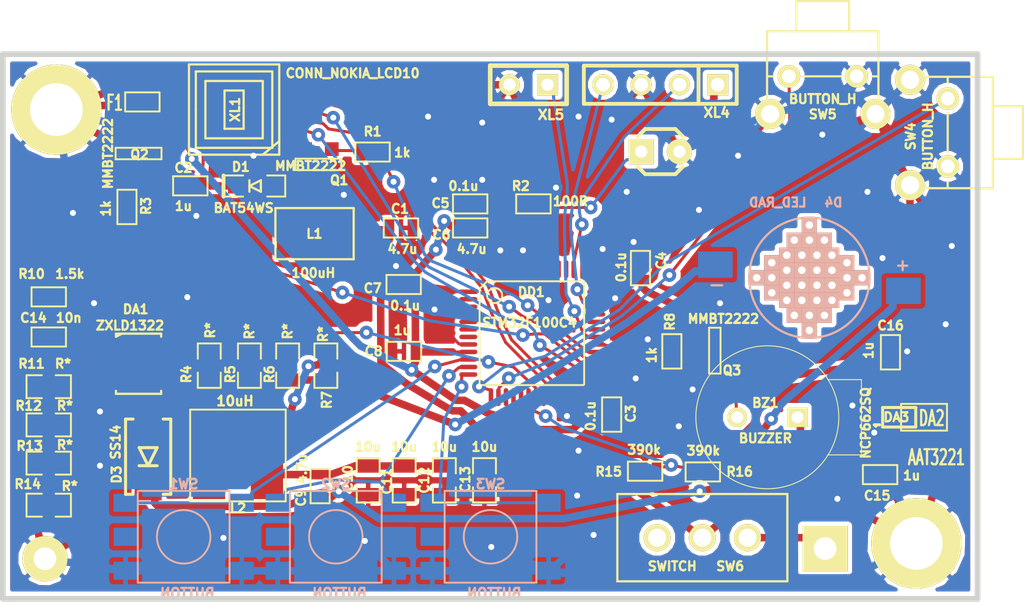
<source format=kicad_pcb>
(kicad_pcb (version 3) (host pcbnew "(2013-07-07 BZR 4022)-stable")
  (layers (15 Front signal) (0 Back signal) (18 B.Paste user) (19 F.Paste user) (20 B.SilkS user) (21 F.SilkS user) (22 B.Mask user) (23 F.Mask user) (28 Edge.Cuts user))
  (net 0 "")
  (net 1 +3.3V)
  (net 2 +BATT)
  (net 3 /Batt)
  (net 4 /BckLtEnable)
  (net 5 /Bck_mid)
  (net 6 /Btn1)
  (net 7 /Btn2)
  (net 8 /Btn3)
  (net 9 /Btn4)
  (net 10 /Btn5)
  (net 11 /BuzzerIn)
  (net 12 /BuzzerOut)
  (net 13 /Emitter)
  (net 14 /Green_Light)
  (net 15 /LCD_BCKLT)
  (net 16 /LCD_SCLK)
  (net 17 /LCD_SDA)
  (net 18 /LCD_XCS)
  (net 19 /LCD_XRES)
  (net 20 /L_low)
  (net 21 /LedHigh)
  (net 22 /LedLow)
  (net 23 /Led_a)
  (net 24 /Led_c)
  (net 25 /SWCLK)
  (net 26 /SWDIO)
  (net 27 /TX1)
  (net 28 /UBat/2)
  (net 29 GND)
  (net 30 N-000002)
  (net 31 N-000006)
  (net 32 N-000008)
  (net 33 N-000025)
  (net 34 N-000027)
  (net 35 N-000045)
  (net 36 N-000050)
  (net 37 N-000056)
  (module SWITCH (layer Front) (at 165.227 101.981 180)
    (fp_text reference SW6 (at -1.84912 -1.89992 180) (layer F.SilkS) (effects (font (size 0.59944 0.59944) (thickness 0.14986))))
    (fp_text value SWITCH (at 1.99898 -1.89992 180) (layer F.SilkS) (effects (font (size 0.59944 0.59944) (thickness 0.14986))))
    (pad 2 thru_hole circle (at 0 0 180) (size 1.80086 1.80086) (drill 1.19888) (layers *.Cu *.Mask F.SilkS) (net 2 +BATT))
    (pad 1 thru_hole circle (at -2.99974 0 180) (size 1.80086 1.80086) (drill 1.19888) (layers *.Cu *.Mask F.SilkS) (net 3 /Batt))
    (pad 3 thru_hole circle (at 2.99974 0 180) (size 1.80086 1.80086) (drill 1.19888) (layers *.Cu *.Mask F.SilkS))
  )
  (module SOT23-5 (layer Front) (at 179.959 93.98)
    (fp_text reference DA2 (at 0.508 0.0635) (layer F.SilkS) (effects (font (size 1.00076 0.59944) (thickness 0.14986))))
    (fp_text value AAT3221 (at 0.8255 2.667) (layer F.SilkS) (effects (font (size 1.00076 0.59944) (thickness 0.14986))))
    (pad 1 smd rect (at -0.9525 1.27) (size 0.508 0.762) (layers Front F.Paste F.Mask) (net 2 +BATT))
    (pad 3 smd rect (at 0.9525 1.27) (size 0.508 0.762) (layers Front F.Paste F.Mask) (net 2 +BATT))
    (pad 5 smd rect (at -0.9525 -1.27) (size 0.508 0.762) (layers Front F.Paste F.Mask) (net 1 +3.3V))
    (pad 2 smd rect (at 0 1.27) (size 0.508 0.762) (layers Front F.Paste F.Mask) (net 29 GND))
    (pad 4 smd rect (at 0.9525 -1.27) (size 0.508 0.762) (layers Front F.Paste F.Mask))
  )
  (module SOT23 (layer Front) (at 139.7127 77.1779)
    (fp_text reference Q1 (at 1.3843 1.0541) (layer F.SilkS) (effects (font (size 0.59944 0.59944) (thickness 0.14986))))
    (fp_text value MMBT2222 (at -0.5207 0.1016) (layer F.SilkS) (effects (font (size 0.59944 0.59944) (thickness 0.14986))))
    (pad 2 smd rect (at -0.889 -1.016) (size 0.9144 0.9144) (layers Front F.Paste F.Mask) (net 29 GND))
    (pad 1 smd rect (at 0.889 -1.016) (size 0.9144 0.9144) (layers Front F.Paste F.Mask) (net 37 N-000056))
    (pad 3 smd rect (at 0 1.016) (size 0.9144 0.9144) (layers Front F.Paste F.Mask) (net 5 /Bck_mid))
  )
  (module SOT23 (layer Front) (at 127.762 76.454 180)
    (fp_text reference Q2 (at -0.0635 -0.0635 180) (layer F.SilkS) (effects (font (size 0.59944 0.59944) (thickness 0.14986))))
    (fp_text value MMBT2222 (at 2.032 0 270) (layer F.SilkS) (effects (font (size 0.59944 0.59944) (thickness 0.14986))))
    (pad 2 smd rect (at -0.889 -1.016 180) (size 0.9144 0.9144) (layers Front F.Paste F.Mask) (net 29 GND))
    (pad 1 smd rect (at 0.889 -1.016 180) (size 0.9144 0.9144) (layers Front F.Paste F.Mask) (net 33 N-000025))
    (pad 3 smd rect (at 0 1.016 180) (size 0.9144 0.9144) (layers Front F.Paste F.Mask) (net 22 /LedLow))
  )
  (module SOT23 (layer Front) (at 166.05504 89.55278 90)
    (fp_text reference Q3 (at -1.31572 1.14046 180) (layer F.SilkS) (effects (font (size 0.59944 0.59944) (thickness 0.14986))))
    (fp_text value MMBT2222 (at 2.11328 0.56896 180) (layer F.SilkS) (effects (font (size 0.59944 0.59944) (thickness 0.14986))))
    (pad 2 smd rect (at -0.889 -1.016 90) (size 0.9144 0.9144) (layers Front F.Paste F.Mask) (net 29 GND))
    (pad 1 smd rect (at 0.889 -1.016 90) (size 0.9144 0.9144) (layers Front F.Paste F.Mask) (net 36 N-000050))
    (pad 3 smd rect (at 0 1.016 90) (size 0.9144 0.9144) (layers Front F.Paste F.Mask) (net 12 /BuzzerOut))
  )
  (module SMD0603_FUSE (layer Front) (at 128.016 73.025)
    (fp_text reference F1 (at -1.8415 0.0635) (layer F.SilkS) (effects (font (size 1.00076 0.59944) (thickness 0.14986))))
    (fp_text value FUSE0R hide)
    (pad 1 smd rect (at -0.58928 0) (size 0.98044 1.143) (layers Front F.Paste F.Mask) (net 29 GND))
    (pad 2 smd rect (at 0.58928 0) (size 0.98044 1.143) (layers Front F.Paste F.Mask) (net 22 /LedLow))
  )
  (module SIL1_SQUARE_1MM5 (layer Front) (at 173.38548 102.7049)
    (fp_text reference XL2 hide)
    (fp_text value CONN_1 hide)
    (pad 1 thru_hole rect (at 0 0) (size 2.99974 2.99974) (drill 1.50114) (layers *.Cu *.Mask F.SilkS) (net 3 /Batt))
  )
  (module SIL1_ROUND_1MM5 (layer Front) (at 121.539 103.378)
    (fp_text reference XL3 hide)
    (fp_text value CONN_1 hide)
    (pad 1 thru_hole circle (at 0 0) (size 2.99974 2.99974) (drill 1.50114) (layers *.Cu *.Mask F.SilkS) (net 29 GND))
  )
  (module SIL-4 (layer Front) (at 162.433 71.882 180)
    (fp_text reference XL4 (at -3.74904 -1.84912 180) (layer F.SilkS) (effects (font (size 0.635 0.635) (thickness 0.16002))))
    (fp_text value ST_SWD hide)
    (pad 1 thru_hole rect (at -3.81 0 180) (size 1.39954 1.39954) (drill 0.89916) (layers *.Cu *.Mask F.SilkS) (net 1 +3.3V))
    (pad 2 thru_hole circle (at -1.27 0 180) (size 1.39954 1.39954) (drill 0.89916) (layers *.Cu *.Mask F.SilkS) (net 25 /SWCLK))
    (pad 3 thru_hole circle (at 1.27 0 180) (size 1.39954 1.39954) (drill 0.89916) (layers *.Cu *.Mask F.SilkS) (net 29 GND))
    (pad 4 thru_hole circle (at 3.81 0 180) (size 1.39954 1.39954) (drill 0.89916) (layers *.Cu *.Mask F.SilkS) (net 26 /SWDIO))
  )
  (module SC82AB (layer Front) (at 178.308 93.98 90)
    (fp_text reference DA3 (at 0 -0.1905 180) (layer F.SilkS) (effects (font (size 0.59944 0.59944) (thickness 0.14986))))
    (fp_text value NCP662SQ (at -0.381 -2.2225 90) (layer F.SilkS) (effects (font (size 0.59944 0.59944) (thickness 0.14986))))
    (pad 1 smd rect (at -0.94996 -0.65024 90) (size 0.89916 0.70104) (layers Front F.Paste F.Mask) (net 29 GND))
    (pad 2 smd oval (at -0.94996 0.65024 90) (size 0.89916 0.70104) (layers Front F.Paste F.Mask) (net 2 +BATT))
    (pad 3 smd oval (at 0.94996 0.65024 90) (size 0.89916 0.70104) (layers Front F.Paste F.Mask) (net 1 +3.3V))
    (pad 4 smd oval (at 0.94996 -0.65024 90) (size 0.89916 0.70104) (layers Front F.Paste F.Mask) (net 2 +BATT))
  )
  (module RES_0805 (layer Front) (at 140.208 90.551 270)
    (fp_text reference R7 (at 2.286 -0.0635 270) (layer F.SilkS) (effects (font (size 0.59944 0.59944) (thickness 0.14986))))
    (fp_text value R* (at -2.0955 0.1905 270) (layer F.SilkS) (effects (font (size 0.59944 0.59944) (thickness 0.14986))))
    (pad 1 smd rect (at -0.9525 0 270) (size 0.889 1.397) (layers Front F.Paste F.Mask) (net 2 +BATT))
    (pad 2 smd rect (at 0.9525 0 270) (size 0.889 1.397) (layers Front F.Paste F.Mask) (net 24 /Led_c))
  )
  (module RES_0805 (layer Front) (at 121.793 94.488 180)
    (fp_text reference R12 (at 1.3335 1.27 180) (layer F.SilkS) (effects (font (size 0.59944 0.59944) (thickness 0.14986))))
    (fp_text value R* (at -1.0795 1.27 180) (layer F.SilkS) (effects (font (size 0.59944 0.59944) (thickness 0.14986))))
    (pad 1 smd rect (at -0.9525 0 180) (size 0.889 1.397) (layers Front F.Paste F.Mask) (net 13 /Emitter))
    (pad 2 smd rect (at 0.9525 0 180) (size 0.889 1.397) (layers Front F.Paste F.Mask) (net 29 GND))
  )
  (module RES_0805 (layer Front) (at 135.128 90.551 270)
    (fp_text reference R5 (at 0.5715 1.27 270) (layer F.SilkS) (effects (font (size 0.59944 0.59944) (thickness 0.14986))))
    (fp_text value R* (at -2.286 0 270) (layer F.SilkS) (effects (font (size 0.59944 0.59944) (thickness 0.14986))))
    (pad 1 smd rect (at -0.9525 0 270) (size 0.889 1.397) (layers Front F.Paste F.Mask) (net 2 +BATT))
    (pad 2 smd rect (at 0.9525 0 270) (size 0.889 1.397) (layers Front F.Paste F.Mask) (net 24 /Led_c))
  )
  (module RES_0805 (layer Front) (at 132.461 90.551 270)
    (fp_text reference R4 (at 0.5715 1.524 270) (layer F.SilkS) (effects (font (size 0.59944 0.59944) (thickness 0.14986))))
    (fp_text value R* (at -2.3495 -0.0635 270) (layer F.SilkS) (effects (font (size 0.59944 0.59944) (thickness 0.14986))))
    (pad 1 smd rect (at -0.9525 0 270) (size 0.889 1.397) (layers Front F.Paste F.Mask) (net 2 +BATT))
    (pad 2 smd rect (at 0.9525 0 270) (size 0.889 1.397) (layers Front F.Paste F.Mask) (net 24 /Led_c))
  )
  (module RES_0805 (layer Front) (at 121.793 99.822 180)
    (fp_text reference R14 (at 1.397 1.397 180) (layer F.SilkS) (effects (font (size 0.59944 0.59944) (thickness 0.14986))))
    (fp_text value R* (at -1.397 1.27 180) (layer F.SilkS) (effects (font (size 0.59944 0.59944) (thickness 0.14986))))
    (pad 1 smd rect (at -0.9525 0 180) (size 0.889 1.397) (layers Front F.Paste F.Mask) (net 13 /Emitter))
    (pad 2 smd rect (at 0.9525 0 180) (size 0.889 1.397) (layers Front F.Paste F.Mask) (net 29 GND))
  )
  (module RES_0805 (layer Front) (at 121.793 97.028 180)
    (fp_text reference R13 (at 1.27 1.143 180) (layer F.SilkS) (effects (font (size 0.59944 0.59944) (thickness 0.14986))))
    (fp_text value R* (at -1.0795 1.2065 180) (layer F.SilkS) (effects (font (size 0.59944 0.59944) (thickness 0.14986))))
    (pad 1 smd rect (at -0.9525 0 180) (size 0.889 1.397) (layers Front F.Paste F.Mask) (net 13 /Emitter))
    (pad 2 smd rect (at 0.9525 0 180) (size 0.889 1.397) (layers Front F.Paste F.Mask) (net 29 GND))
  )
  (module RES_0805 (layer Front) (at 137.668 90.551 270)
    (fp_text reference R6 (at 0.5715 1.2065 270) (layer F.SilkS) (effects (font (size 0.59944 0.59944) (thickness 0.14986))))
    (fp_text value R* (at -2.286 0 270) (layer F.SilkS) (effects (font (size 0.59944 0.59944) (thickness 0.14986))))
    (pad 1 smd rect (at -0.9525 0 270) (size 0.889 1.397) (layers Front F.Paste F.Mask) (net 2 +BATT))
    (pad 2 smd rect (at 0.9525 0 270) (size 0.889 1.397) (layers Front F.Paste F.Mask) (net 24 /Led_c))
  )
  (module RES_0805 (layer Front) (at 121.793 91.948 180)
    (fp_text reference R11 (at 1.143 1.524 180) (layer F.SilkS) (effects (font (size 0.59944 0.59944) (thickness 0.14986))))
    (fp_text value R* (at -0.9525 1.524 180) (layer F.SilkS) (effects (font (size 0.59944 0.59944) (thickness 0.14986))))
    (pad 1 smd rect (at -0.9525 0 180) (size 0.889 1.397) (layers Front F.Paste F.Mask) (net 13 /Emitter))
    (pad 2 smd rect (at 0.9525 0 180) (size 0.889 1.397) (layers Front F.Paste F.Mask) (net 29 GND))
  )
  (module RES_0603 (layer Front) (at 165.25748 97.6122)
    (fp_text reference R16 (at 2.44602 -0.0127) (layer F.SilkS) (effects (font (size 0.59944 0.59944) (thickness 0.14986))))
    (fp_text value 390k (at 0.03302 -1.4097) (layer F.SilkS) (effects (font (size 0.59944 0.59944) (thickness 0.14986))))
    (pad 1 smd rect (at -0.762 0) (size 0.635 1.143) (layers Front F.Paste F.Mask) (net 28 /UBat/2))
    (pad 2 smd rect (at 0.762 0) (size 0.635 1.143) (layers Front F.Paste F.Mask) (net 29 GND))
  )
  (module RES_0603 (layer Front) (at 121.793 85.979 180)
    (fp_text reference R10 (at 1.143 1.524 180) (layer F.SilkS) (effects (font (size 0.59944 0.59944) (thickness 0.14986))))
    (fp_text value 1.5k (at -1.397 1.524 180) (layer F.SilkS) (effects (font (size 0.59944 0.59944) (thickness 0.14986))))
    (pad 1 smd rect (at -0.762 0 180) (size 0.635 1.143) (layers Front F.Paste F.Mask) (net 30 N-000002))
    (pad 2 smd rect (at 0.762 0 180) (size 0.635 1.143) (layers Front F.Paste F.Mask) (net 29 GND))
  )
  (module RES_0603 (layer Front) (at 161.42208 97.56394)
    (fp_text reference R15 (at -2.41808 0.03556) (layer F.SilkS) (effects (font (size 0.59944 0.59944) (thickness 0.14986))))
    (fp_text value 390k (at -0.06858 -1.42494) (layer F.SilkS) (effects (font (size 0.59944 0.59944) (thickness 0.14986))))
    (pad 1 smd rect (at -0.762 0) (size 0.635 1.143) (layers Front F.Paste F.Mask) (net 2 +BATT))
    (pad 2 smd rect (at 0.762 0) (size 0.635 1.143) (layers Front F.Paste F.Mask) (net 28 /UBat/2))
  )
  (module RES_0603 (layer Front) (at 163.20008 89.60104 90)
    (fp_text reference R8 (at 1.97104 -0.13208 90) (layer F.SilkS) (effects (font (size 0.59944 0.59944) (thickness 0.14986))))
    (fp_text value 1k (at -0.25146 -1.33858 90) (layer F.SilkS) (effects (font (size 0.59944 0.59944) (thickness 0.14986))))
    (pad 1 smd rect (at -0.762 0 90) (size 0.635 1.143) (layers Front F.Paste F.Mask) (net 11 /BuzzerIn))
    (pad 2 smd rect (at 0.762 0 90) (size 0.635 1.143) (layers Front F.Paste F.Mask) (net 36 N-000050))
  )
  (module RES_0603 (layer Front) (at 154.0002 79.79918 180)
    (fp_text reference R2 (at 0.8382 1.18618 180) (layer F.SilkS) (effects (font (size 0.59944 0.59944) (thickness 0.14986))))
    (fp_text value 100R (at -2.4638 0.17018 180) (layer F.SilkS) (effects (font (size 0.59944 0.59944) (thickness 0.14986))))
    (pad 1 smd rect (at -0.762 0 180) (size 0.635 1.143) (layers Front F.Paste F.Mask) (net 34 N-000027))
    (pad 2 smd rect (at 0.762 0 180) (size 0.635 1.143) (layers Front F.Paste F.Mask) (net 35 N-000045))
  )
  (module RES_0603 (layer Front) (at 126.98984 80.00492 270)
    (fp_text reference R3 (at -0.0635 -1.27 270) (layer F.SilkS) (effects (font (size 0.59944 0.59944) (thickness 0.14986))))
    (fp_text value 1k (at 0.09906 1.39954 270) (layer F.SilkS) (effects (font (size 0.59944 0.59944) (thickness 0.14986))))
    (pad 1 smd rect (at -0.762 0 270) (size 0.635 1.143) (layers Front F.Paste F.Mask) (net 33 N-000025))
    (pad 2 smd rect (at 0.762 0 270) (size 0.635 1.143) (layers Front F.Paste F.Mask) (net 4 /BckLtEnable))
  )
  (module RES_0603 (layer Front) (at 143.31188 76.35494)
    (fp_text reference R1 (at 0.00762 -1.36144) (layer F.SilkS) (effects (font (size 0.59944 0.59944) (thickness 0.14986))))
    (fp_text value 1k (at 1.97612 0.03556) (layer F.SilkS) (effects (font (size 0.59944 0.59944) (thickness 0.14986))))
    (pad 1 smd rect (at -0.762 0) (size 0.635 1.143) (layers Front F.Paste F.Mask) (net 37 N-000056))
    (pad 2 smd rect (at 0.762 0) (size 0.635 1.143) (layers Front F.Paste F.Mask) (net 15 /LCD_BCKLT))
  )
  (module LQFP48 (layer Front) (at 153.924 88.392)
    (fp_text reference DD1 (at -0.0635 -2.7305) (layer F.SilkS) (effects (font (size 0.59944 0.59944) (thickness 0.14986))))
    (fp_text value STM32F100C4 (at -0.1905 -0.6985) (layer F.SilkS) (effects (font (size 0.59944 0.59944) (thickness 0.14986))))
    (pad 1 smd rect (at -4.24942 -2.75082) (size 1.19888 0.29972) (layers Front F.Paste F.Mask) (net 1 +3.3V))
    (pad 2 smd oval (at -4.24942 -2.25298) (size 1.19888 0.29972) (layers Front F.Paste F.Mask))
    (pad 3 smd oval (at -4.24942 -1.7526) (size 1.19888 0.29972) (layers Front F.Paste F.Mask))
    (pad 4 smd oval (at -4.24942 -1.25222) (size 1.19888 0.29972) (layers Front F.Paste F.Mask))
    (pad 5 smd oval (at -4.24942 -0.75184) (size 1.19888 0.29972) (layers Front F.Paste F.Mask))
    (pad 6 smd oval (at -4.24942 -0.25146) (size 1.19888 0.29972) (layers Front F.Paste F.Mask))
    (pad 7 smd oval (at -4.24942 0.24892) (size 1.19888 0.29972) (layers Front F.Paste F.Mask))
    (pad 8 smd oval (at -4.24942 0.7493) (size 1.19888 0.29972) (layers Front F.Paste F.Mask) (net 29 GND))
    (pad 9 smd oval (at -4.24942 1.24714) (size 1.19888 0.29972) (layers Front F.Paste F.Mask) (net 1 +3.3V))
    (pad 10 smd oval (at -4.24942 1.74752) (size 1.19888 0.29972) (layers Front F.Paste F.Mask) (net 6 /Btn1))
    (pad 11 smd oval (at -4.24942 2.2479) (size 1.19888 0.29972) (layers Front F.Paste F.Mask) (net 7 /Btn2))
    (pad 12 smd oval (at -4.25196 2.74828) (size 1.19888 0.29972) (layers Front F.Paste F.Mask) (net 8 /Btn3))
    (pad 13 smd oval (at -2.74574 4.24942 90) (size 1.19888 0.29972) (layers Front F.Paste F.Mask) (net 9 /Btn4))
    (pad 14 smd oval (at -2.2479 4.24942 90) (size 1.19888 0.29972) (layers Front F.Paste F.Mask) (net 10 /Btn5))
    (pad 15 smd oval (at -1.74752 4.24942 90) (size 1.19888 0.29972) (layers Front F.Paste F.Mask))
    (pad 16 smd oval (at -1.24714 4.24942 90) (size 1.19888 0.29972) (layers Front F.Paste F.Mask))
    (pad 17 smd oval (at -0.74676 4.24942 90) (size 1.19888 0.29972) (layers Front F.Paste F.Mask))
    (pad 18 smd oval (at -0.24638 4.24942 90) (size 1.19888 0.29972) (layers Front F.Paste F.Mask) (net 28 /UBat/2))
    (pad 19 smd oval (at 0.254 4.24942 90) (size 1.19888 0.29972) (layers Front F.Paste F.Mask) (net 14 /Green_Light))
    (pad 20 smd oval (at 0.75184 4.24942 90) (size 1.19888 0.29972) (layers Front F.Paste F.Mask))
    (pad 21 smd oval (at 1.25222 4.24942 90) (size 1.19888 0.29972) (layers Front F.Paste F.Mask) (net 17 /LCD_SDA))
    (pad 22 smd oval (at 1.7526 4.24942 90) (size 1.19888 0.29972) (layers Front F.Paste F.Mask) (net 19 /LCD_XRES))
    (pad 23 smd oval (at 2.25044 4.24942 90) (size 1.19888 0.29972) (layers Front F.Paste F.Mask) (net 29 GND))
    (pad 24 smd oval (at 2.75082 4.24942 90) (size 1.19888 0.29972) (layers Front F.Paste F.Mask) (net 1 +3.3V))
    (pad 25 smd oval (at 4.25196 2.75082) (size 1.19888 0.29972) (layers Front F.Paste F.Mask) (net 16 /LCD_SCLK))
    (pad 26 smd oval (at 4.25196 2.25044) (size 1.19888 0.29972) (layers Front F.Paste F.Mask) (net 4 /BckLtEnable))
    (pad 27 smd oval (at 4.25196 1.75006) (size 1.19888 0.29972) (layers Front F.Paste F.Mask) (net 18 /LCD_XCS))
    (pad 28 smd oval (at 4.25196 1.24968) (size 1.19888 0.29972) (layers Front F.Paste F.Mask) (net 15 /LCD_BCKLT))
    (pad 29 smd oval (at 4.25196 0.7493) (size 1.19888 0.29972) (layers Front F.Paste F.Mask) (net 11 /BuzzerIn))
    (pad 30 smd oval (at 4.25196 0.24892) (size 1.19888 0.29972) (layers Front F.Paste F.Mask) (net 27 /TX1))
    (pad 31 smd oval (at 4.25196 -0.25146) (size 1.19888 0.29972) (layers Front F.Paste F.Mask))
    (pad 32 smd oval (at 4.25196 -0.7493) (size 1.19888 0.29972) (layers Front F.Paste F.Mask))
    (pad 33 smd oval (at 4.25196 -1.24968) (size 1.19888 0.29972) (layers Front F.Paste F.Mask))
    (pad 34 smd oval (at 4.25196 -1.75006) (size 1.19888 0.29972) (layers Front F.Paste F.Mask) (net 26 /SWDIO))
    (pad 35 smd oval (at 4.25196 -2.25044) (size 1.19888 0.29972) (layers Front F.Paste F.Mask) (net 29 GND))
    (pad 36 smd oval (at 4.25196 -2.75082) (size 1.19888 0.29972) (layers Front F.Paste F.Mask) (net 1 +3.3V))
    (pad 37 smd oval (at 2.75082 -4.24942 90) (size 1.19888 0.29972) (layers Front F.Paste F.Mask) (net 25 /SWCLK))
    (pad 38 smd oval (at 2.25044 -4.24942 90) (size 1.19888 0.29972) (layers Front F.Paste F.Mask))
    (pad 39 smd oval (at 1.75006 -4.24942 90) (size 1.19888 0.29972) (layers Front F.Paste F.Mask))
    (pad 40 smd oval (at 1.24968 -4.24942 90) (size 1.19888 0.29972) (layers Front F.Paste F.Mask))
    (pad 41 smd oval (at 0.7493 -4.24942 90) (size 1.19888 0.29972) (layers Front F.Paste F.Mask))
    (pad 42 smd oval (at 0.24892 -4.24942 90) (size 1.19888 0.29972) (layers Front F.Paste F.Mask))
    (pad 43 smd oval (at -0.24892 -4.24942 90) (size 1.19888 0.29972) (layers Front F.Paste F.Mask))
    (pad 44 smd oval (at -0.7493 -4.24942 90) (size 1.19888 0.29972) (layers Front F.Paste F.Mask) (net 29 GND))
    (pad 45 smd oval (at -1.24968 -4.24942 90) (size 1.19888 0.29972) (layers Front F.Paste F.Mask) (net 35 N-000045))
    (pad 46 smd oval (at -1.75006 -4.24942 90) (size 1.19888 0.29972) (layers Front F.Paste F.Mask))
    (pad 47 smd oval (at -2.25044 -4.24942 90) (size 1.19888 0.29972) (layers Front F.Paste F.Mask) (net 29 GND))
    (pad 48 smd oval (at -2.75082 -4.24942 90) (size 1.19888 0.29972) (layers Front F.Paste F.Mask) (net 1 +3.3V))
  )
  (module LED_RAD (layer Back) (at 172.339 84.709 180)
    (fp_text reference D4 (at -1.6002 5.00126 180) (layer B.SilkS) (effects (font (size 0.59944 0.59944) (thickness 0.14986)) (justify mirror)))
    (fp_text value LED_RAD (at 2.10058 5.00126 180) (layer B.SilkS) (effects (font (size 0.59944 0.59944) (thickness 0.14986)) (justify mirror)))
    (pad P thru_hole rect (at -0.50038 0.50038 180) (size 1.00076 1.00076) (drill 0.50038) (layers *.Cu *.Mask B.SilkS))
    (pad P thru_hole rect (at 0.50038 0.50038 180) (size 1.00076 1.00076) (drill 0.50038) (layers *.Cu *.Mask B.SilkS))
    (pad P thru_hole rect (at 0.50038 -0.50038 180) (size 1.00076 1.00076) (drill 0.50038) (layers *.Cu *.Mask B.SilkS))
    (pad P thru_hole rect (at -0.50038 -0.50038 180) (size 1.00076 1.00076) (drill 0.50038) (layers *.Cu *.Mask B.SilkS))
    (pad P thru_hole rect (at -1.50114 -0.50038 180) (size 1.00076 1.00076) (drill 0.50038) (layers *.Cu *.Mask B.SilkS))
    (pad P thru_hole rect (at -1.50114 0.50038 180) (size 1.00076 1.00076) (drill 0.50038) (layers *.Cu *.Mask B.SilkS))
    (pad P thru_hole rect (at -1.50114 1.50114 180) (size 1.00076 1.00076) (drill 0.50038) (layers *.Cu *.Mask B.SilkS))
    (pad P thru_hole rect (at -0.50038 1.50114 180) (size 1.00076 1.00076) (drill 0.50038) (layers *.Cu *.Mask B.SilkS))
    (pad P thru_hole rect (at 0.50038 1.50114 180) (size 1.00076 1.00076) (drill 0.50038) (layers *.Cu *.Mask B.SilkS))
    (pad P thru_hole rect (at 1.50114 1.50114 180) (size 1.00076 1.00076) (drill 0.50038) (layers *.Cu *.Mask B.SilkS))
    (pad P thru_hole rect (at 1.50114 0.50038 180) (size 1.00076 1.00076) (drill 0.50038) (layers *.Cu *.Mask B.SilkS))
    (pad P thru_hole rect (at 1.50114 -0.50038 180) (size 1.00076 1.00076) (drill 0.50038) (layers *.Cu *.Mask B.SilkS))
    (pad P thru_hole rect (at 1.50114 -1.50114 180) (size 1.00076 1.00076) (drill 0.50038) (layers *.Cu *.Mask B.SilkS))
    (pad P thru_hole rect (at 0.50038 -1.50114 180) (size 1.00076 1.00076) (drill 0.50038) (layers *.Cu *.Mask B.SilkS))
    (pad P thru_hole rect (at -0.50038 -1.50114 180) (size 1.00076 1.00076) (drill 0.50038) (layers *.Cu *.Mask B.SilkS))
    (pad P thru_hole rect (at -1.50114 -1.50114 180) (size 1.00076 1.00076) (drill 0.50038) (layers *.Cu *.Mask B.SilkS))
    (pad P thru_hole rect (at -2.49936 1.00076 180) (size 1.00076 1.00076) (drill 0.50038) (layers *.Cu *.Mask B.SilkS))
    (pad P thru_hole rect (at -2.49936 0 180) (size 1.00076 1.00076) (drill 0.50038) (layers *.Cu *.Mask B.SilkS))
    (pad P thru_hole rect (at -2.49936 -1.00076 180) (size 1.00076 1.00076) (drill 0.50038) (layers *.Cu *.Mask B.SilkS))
    (pad P thru_hole rect (at -1.00076 2.49936 180) (size 1.00076 1.00076) (drill 0.50038) (layers *.Cu *.Mask B.SilkS))
    (pad P thru_hole rect (at 0 2.49936 180) (size 1.00076 1.00076) (drill 0.50038) (layers *.Cu *.Mask B.SilkS))
    (pad P thru_hole rect (at 1.00076 2.49936 180) (size 1.00076 1.00076) (drill 0.50038) (layers *.Cu *.Mask B.SilkS))
    (pad P thru_hole rect (at 2.49936 1.00076 180) (size 1.00076 1.00076) (drill 0.50038) (layers *.Cu *.Mask B.SilkS))
    (pad P thru_hole rect (at 2.49936 0 180) (size 1.00076 1.00076) (drill 0.50038) (layers *.Cu *.Mask B.SilkS))
    (pad P thru_hole rect (at 2.49936 -1.00076 180) (size 1.00076 1.00076) (drill 0.50038) (layers *.Cu *.Mask B.SilkS))
    (pad P thru_hole rect (at 1.00076 -2.49936 180) (size 1.00076 1.00076) (drill 0.50038) (layers *.Cu *.Mask B.SilkS))
    (pad P thru_hole rect (at 0 -2.49936 180) (size 1.00076 1.00076) (drill 0.50038) (layers *.Cu *.Mask B.SilkS))
    (pad P thru_hole rect (at -1.00076 -2.49936 180) (size 1.00076 1.00076) (drill 0.50038) (layers *.Cu *.Mask B.SilkS))
    (pad P thru_hole rect (at 3.50012 0 180) (size 1.00076 1.00076) (drill 0.50038) (layers *.Cu *.Mask B.SilkS))
    (pad P thru_hole rect (at 0 3.50012 180) (size 1.00076 1.00076) (drill 0.50038) (layers *.Cu *.Mask B.SilkS))
    (pad P thru_hole rect (at -3.50012 0 180) (size 1.00076 1.00076) (drill 0.50038) (layers *.Cu *.Mask B.SilkS))
    (pad P thru_hole rect (at 0 -3.50012 180) (size 1.00076 1.00076) (drill 0.50038) (layers *.Cu *.Mask B.SilkS))
    (pad C smd rect (at 6.25094 0.87122 180) (size 2.30124 1.75006) (layers Back B.Paste B.Mask) (net 24 /Led_c))
    (pad A smd rect (at -6.25094 -0.87122 180) (size 2.30124 1.75006) (layers Back B.Paste B.Mask) (net 23 /Led_a))
  )
  (module LED-3MM (layer Front) (at 162.433 76.327)
    (fp_text reference D2 hide)
    (fp_text value LED hide)
    (pad A thru_hole rect (at -1.27 0) (size 1.6764 1.6764) (drill 0.8128) (layers *.Cu *.Mask F.SilkS) (net 34 N-000027))
    (pad C thru_hole circle (at 1.27 0) (size 1.6764 1.6764) (drill 0.8128) (layers *.Cu *.Mask F.SilkS) (net 29 GND))
  )
  (module IND_SR0604 (layer Front) (at 134.366 96.52 180)
    (fp_text reference L2 (at 0 -3.50012 180) (layer F.SilkS) (effects (font (size 0.59944 0.59944) (thickness 0.14986))))
    (fp_text value 10uH (at 0.1905 3.6195 180) (layer F.SilkS) (effects (font (size 0.635 0.635) (thickness 0.16002))))
    (pad 1 smd rect (at -1.92532 0 180) (size 2.14884 5.79882) (layers Front F.Paste F.Mask) (net 2 +BATT))
    (pad 2 smd rect (at 1.92532 0 180) (size 2.14884 5.79882) (layers Front F.Paste F.Mask) (net 20 /L_low))
  )
  (module IND_1812 (layer Front) (at 139.45616 81.77784 180)
    (fp_text reference L1 (at 0.01016 -0.01016 180) (layer F.SilkS) (effects (font (size 0.59944 0.59944) (thickness 0.14986))))
    (fp_text value 100uH (at 0.07366 -2.61366 180) (layer F.SilkS) (effects (font (size 0.59944 0.59944) (thickness 0.14986))))
    (pad 1 smd rect (at -1.75006 0 180) (size 1.50114 3.2004) (layers Front F.Paste F.Mask) (net 2 +BATT))
    (pad 2 smd rect (at 1.75006 0 180) (size 1.50114 3.2004) (layers Front F.Paste F.Mask) (net 5 /Bck_mid))
  )
  (module Hole3_5_out6mm (layer Front) (at 122.301 73.533)
    (fp_text reference HOLE1 hide)
    (fp_text value HOLE_METALLED (at -0.09906 -3.2004) (layer F.SilkS) (effects (font (size 0.127 0.127) (thickness 0.00254))))
    (pad Hle thru_hole circle (at 0 0) (size 5.99948 5.99948) (drill 3.50012) (layers *.Cu *.Mask F.SilkS) (net 29 GND))
  )
  (module Hole3_5_out6mm (layer Front) (at 179.451 102.362)
    (fp_text reference HOLE2 hide)
    (fp_text value HOLE_METALLED (at -0.09906 -3.2004) (layer F.SilkS) (effects (font (size 0.127 0.127) (thickness 0.00254))))
    (pad Hle thru_hole circle (at 0 0) (size 5.99948 5.99948) (drill 3.50012) (layers *.Cu *.Mask F.SilkS) (net 29 GND))
  )
  (module DIODE_SOD323 (layer Front) (at 135.509 78.613)
    (fp_text reference D1 (at -0.9525 -1.27) (layer F.SilkS) (effects (font (size 0.59944 0.59944) (thickness 0.14986))))
    (fp_text value BAT54WS (at -0.762 1.4605) (layer F.SilkS) (effects (font (size 0.59944 0.59944) (thickness 0.14986))))
    (pad C smd rect (at -1.30048 0) (size 1.00076 1.00076) (layers Front F.Paste F.Mask) (net 21 /LedHigh))
    (pad A smd rect (at 1.30048 0) (size 1.00076 1.00076) (layers Front F.Paste F.Mask) (net 5 /Bck_mid))
  )
  (module DIODE_SMA_DO214AC (layer Front) (at 128.39954 96.59874 90)
    (fp_text reference D3 (at -1.19126 -2.09804 90) (layer F.SilkS) (effects (font (size 0.59944 0.59944) (thickness 0.14986))))
    (fp_text value SS14 (at 0.96774 -2.16154 90) (layer F.SilkS) (effects (font (size 0.59944 0.59944) (thickness 0.14986))))
    (pad C smd rect (at -1.905 0 90) (size 1.99898 1.80086) (layers Front F.Paste F.Mask) (net 23 /Led_a))
    (pad A smd rect (at 1.905 0 90) (size 1.99898 1.80086) (layers Front F.Paste F.Mask) (net 20 /L_low))
  )
  (module DFN1443 (layer Front) (at 127.762 90.424)
    (fp_text reference DA1 (at -0.1905 -3.6195) (layer F.SilkS) (effects (font (size 0.59944 0.59944) (thickness 0.14986))))
    (fp_text value ZXLD1322 (at -0.5715 -2.54) (layer F.SilkS) (effects (font (size 0.59944 0.59944) (thickness 0.14986))))
    (pad PAD smd rect (at 0 0) (size 1.80086 3.29946) (layers Front F.Paste F.Mask) (net 29 GND))
    (pad 11 smd oval (at 1.34874 0) (size 0.55118 0.29972) (layers Front F.Paste F.Mask) (net 24 /Led_c))
    (pad 4 smd oval (at -1.34874 0) (size 0.55118 0.29972) (layers Front F.Paste F.Mask))
    (pad 12 smd oval (at 1.34874 -0.50038) (size 0.55118 0.29972) (layers Front F.Paste F.Mask) (net 2 +BATT))
    (pad 13 smd oval (at 1.34874 -1.00076) (size 0.55118 0.29972) (layers Front F.Paste F.Mask) (net 31 N-000006))
    (pad 14 smd oval (at 1.34874 -1.50114) (size 0.55118 0.29972) (layers Front F.Paste F.Mask) (net 31 N-000006))
    (pad 10 smd oval (at 1.34874 0.50038) (size 0.55118 0.29972) (layers Front F.Paste F.Mask))
    (pad 9 smd oval (at 1.34874 1.00076) (size 0.55118 0.29972) (layers Front F.Paste F.Mask) (net 20 /L_low))
    (pad 8 smd oval (at 1.34874 1.50114) (size 0.55118 0.29972) (layers Front F.Paste F.Mask) (net 20 /L_low))
    (pad 3 smd oval (at -1.34874 -0.50038) (size 0.55118 0.29972) (layers Front F.Paste F.Mask) (net 32 N-000008))
    (pad 2 smd oval (at -1.34874 -1.00076) (size 0.55118 0.29972) (layers Front F.Paste F.Mask) (net 30 N-000002))
    (pad 1 smd rect (at -1.34874 -1.50114) (size 0.55118 0.29972) (layers Front F.Paste F.Mask) (net 14 /Green_Light))
    (pad 5 smd oval (at -1.34874 0.50038) (size 0.55118 0.29972) (layers Front F.Paste F.Mask) (net 13 /Emitter))
    (pad 6 smd oval (at -1.34874 1.00076) (size 0.55118 0.29972) (layers Front F.Paste F.Mask) (net 13 /Emitter))
    (pad 7 smd oval (at -1.34874 1.50114) (size 0.55118 0.29972) (layers Front F.Paste F.Mask) (net 13 /Emitter))
  )
  (module CONN_NOKIA_LCD (layer Front) (at 134.112 73.533 180)
    (fp_text reference XL1 (at -0.0635 0 270) (layer F.SilkS) (effects (font (size 0.59944 0.59944) (thickness 0.14986))))
    (fp_text value CONN_NOKIA_LCD10 (at -7.874 2.413 180) (layer F.SilkS) (effects (font (size 0.59944 0.59944) (thickness 0.14986))))
    (pad 1 smd rect (at -2.9972 -1.00584 90) (size 0.24892 0.762) (layers Front F.Paste F.Mask) (net 16 /LCD_SCLK))
    (pad 2 smd rect (at -2.9972 -0.50546 90) (size 0.24892 0.762) (layers Front F.Paste F.Mask) (net 17 /LCD_SDA))
    (pad 3 smd rect (at -2.9972 -0.00508 90) (size 0.24892 0.762) (layers Front F.Paste F.Mask) (net 29 GND))
    (pad 4 smd rect (at -2.9972 0.4953 90) (size 0.24892 0.762) (layers Front F.Paste F.Mask) (net 18 /LCD_XCS))
    (pad 5 smd rect (at -2.9972 0.99568 90) (size 0.24892 0.762) (layers Front F.Paste F.Mask) (net 19 /LCD_XRES))
    (pad 6 smd rect (at 3.00228 0.99568 90) (size 0.24892 0.762) (layers Front F.Paste F.Mask) (net 21 /LedHigh))
    (pad 7 smd rect (at 3.00228 0.4953 90) (size 0.24892 0.762) (layers Front F.Paste F.Mask) (net 22 /LedLow))
    (pad 8 smd rect (at 3.00228 -0.00508 90) (size 0.24892 0.762) (layers Front F.Paste F.Mask))
    (pad 9 smd rect (at 3.00228 -0.50546 90) (size 0.24892 0.762) (layers Front F.Paste F.Mask) (net 1 +3.3V))
    (pad 10 smd rect (at 3.00228 -1.00584 90) (size 0.24892 0.762) (layers Front F.Paste F.Mask) (net 1 +3.3V))
  )
  (module CAP_0805 (layer Front) (at 148.082 98.171 270)
    (fp_text reference C12 (at 0 1.3335 270) (layer F.SilkS) (effects (font (size 0.59944 0.59944) (thickness 0.14986))))
    (fp_text value 10u (at -2.2225 0 360) (layer F.SilkS) (effects (font (size 0.59944 0.59944) (thickness 0.14986))))
    (pad 1 smd rect (at -0.9525 0 270) (size 0.889 1.397) (layers Front F.Paste F.Mask) (net 2 +BATT))
    (pad 2 smd rect (at 0.9525 0 270) (size 0.889 1.397) (layers Front F.Paste F.Mask) (net 29 GND))
  )
  (module CAP_0805 (layer Front) (at 143.02232 98.171 270)
    (fp_text reference C10 (at -0.127 1.35382 270) (layer F.SilkS) (effects (font (size 0.59944 0.59944) (thickness 0.14986))))
    (fp_text value 10u (at -2.2225 0.02032 360) (layer F.SilkS) (effects (font (size 0.59944 0.59944) (thickness 0.14986))))
    (pad 1 smd rect (at -0.9525 0 270) (size 0.889 1.397) (layers Front F.Paste F.Mask) (net 2 +BATT))
    (pad 2 smd rect (at 0.9525 0 270) (size 0.889 1.397) (layers Front F.Paste F.Mask) (net 29 GND))
  )
  (module CAP_0805 (layer Front) (at 145.415 98.171 270)
    (fp_text reference C11 (at 0.0635 1.143 270) (layer F.SilkS) (effects (font (size 0.59944 0.59944) (thickness 0.14986))))
    (fp_text value 10u (at -2.2225 0 360) (layer F.SilkS) (effects (font (size 0.59944 0.59944) (thickness 0.14986))))
    (pad 1 smd rect (at -0.9525 0 270) (size 0.889 1.397) (layers Front F.Paste F.Mask) (net 2 +BATT))
    (pad 2 smd rect (at 0.9525 0 270) (size 0.889 1.397) (layers Front F.Paste F.Mask) (net 29 GND))
  )
  (module CAP_0805 (layer Front) (at 150.749 98.171 270)
    (fp_text reference C13 (at -0.0635 1.27 270) (layer F.SilkS) (effects (font (size 0.59944 0.59944) (thickness 0.14986))))
    (fp_text value 10u (at -2.2225 0 360) (layer F.SilkS) (effects (font (size 0.59944 0.59944) (thickness 0.14986))))
    (pad 1 smd rect (at -0.9525 0 270) (size 0.889 1.397) (layers Front F.Paste F.Mask) (net 2 +BATT))
    (pad 2 smd rect (at 0.9525 0 270) (size 0.889 1.397) (layers Front F.Paste F.Mask) (net 29 GND))
  )
  (module CAP_0603 (layer Front) (at 149.79904 79.79918)
    (fp_text reference C5 (at -1.97104 -0.04318) (layer F.SilkS) (effects (font (size 0.59944 0.59944) (thickness 0.14986))))
    (fp_text value 0.1u (at -0.44704 -1.18618) (layer F.SilkS) (effects (font (size 0.59944 0.59944) (thickness 0.14986))))
    (pad 1 smd rect (at -0.762 0) (size 0.635 1.143) (layers Front F.Paste F.Mask) (net 1 +3.3V))
    (pad 2 smd rect (at 0.762 0) (size 0.635 1.143) (layers Front F.Paste F.Mask) (net 29 GND))
  )
  (module CAP_0603 (layer Front) (at 159.19958 93.79966 270)
    (fp_text reference C3 (at -0.0635 -1.27 270) (layer F.SilkS) (effects (font (size 0.59944 0.59944) (thickness 0.14986))))
    (fp_text value 0.1u (at 0.09906 1.39954 270) (layer F.SilkS) (effects (font (size 0.59944 0.59944) (thickness 0.14986))))
    (pad 1 smd rect (at -0.762 0 270) (size 0.635 1.143) (layers Front F.Paste F.Mask) (net 1 +3.3V))
    (pad 2 smd rect (at 0.762 0 270) (size 0.635 1.143) (layers Front F.Paste F.Mask) (net 29 GND))
  )
  (module CAP_0603 (layer Front) (at 177.72634 89.662 90)
    (fp_text reference C16 (at 1.778 0.01016 180) (layer F.SilkS) (effects (font (size 0.59944 0.59944) (thickness 0.14986))))
    (fp_text value 1u (at 0.127 -1.45034 90) (layer F.SilkS) (effects (font (size 0.59944 0.59944) (thickness 0.14986))))
    (pad 1 smd rect (at -0.762 0 90) (size 0.635 1.143) (layers Front F.Paste F.Mask) (net 1 +3.3V))
    (pad 2 smd rect (at 0.762 0 90) (size 0.635 1.143) (layers Front F.Paste F.Mask) (net 29 GND))
  )
  (module CAP_0603 (layer Front) (at 177.038 97.79)
    (fp_text reference C15 (at -0.1905 1.397) (layer F.SilkS) (effects (font (size 0.59944 0.59944) (thickness 0.14986))))
    (fp_text value 1u (at 2.0955 0.0635) (layer F.SilkS) (effects (font (size 0.59944 0.59944) (thickness 0.14986))))
    (pad 1 smd rect (at -0.762 0) (size 0.635 1.143) (layers Front F.Paste F.Mask) (net 2 +BATT))
    (pad 2 smd rect (at 0.762 0) (size 0.635 1.143) (layers Front F.Paste F.Mask) (net 29 GND))
  )
  (module CAP_0603 (layer Front) (at 161.11474 84.06638 90)
    (fp_text reference C4 (at 0.50038 1.38176 90) (layer F.SilkS) (effects (font (size 0.59944 0.59944) (thickness 0.14986))))
    (fp_text value 0.1u (at 0.05588 -1.28524 90) (layer F.SilkS) (effects (font (size 0.59944 0.59944) (thickness 0.14986))))
    (pad 1 smd rect (at -0.762 0 90) (size 0.635 1.143) (layers Front F.Paste F.Mask) (net 1 +3.3V))
    (pad 2 smd rect (at 0.762 0 90) (size 0.635 1.143) (layers Front F.Paste F.Mask) (net 29 GND))
  )
  (module CAP_0603 (layer Front) (at 149.79904 81.39938)
    (fp_text reference C6 (at -1.90754 0.45212) (layer F.SilkS) (effects (font (size 0.59944 0.59944) (thickness 0.14986))))
    (fp_text value 4.7u (at 0.09906 1.39954) (layer F.SilkS) (effects (font (size 0.59944 0.59944) (thickness 0.14986))))
    (pad 1 smd rect (at -0.762 0) (size 0.635 1.143) (layers Front F.Paste F.Mask) (net 1 +3.3V))
    (pad 2 smd rect (at 0.762 0) (size 0.635 1.143) (layers Front F.Paste F.Mask) (net 29 GND))
  )
  (module CAP_0603 (layer Front) (at 145.39976 89.60104 180)
    (fp_text reference C8 (at 2.01676 0.00254 180) (layer F.SilkS) (effects (font (size 0.59944 0.59944) (thickness 0.14986))))
    (fp_text value 1u (at 0.11176 1.39954 180) (layer F.SilkS) (effects (font (size 0.59944 0.59944) (thickness 0.14986))))
    (pad 1 smd rect (at -0.762 0 180) (size 0.635 1.143) (layers Front F.Paste F.Mask) (net 1 +3.3V))
    (pad 2 smd rect (at 0.762 0 180) (size 0.635 1.143) (layers Front F.Paste F.Mask) (net 29 GND))
  )
  (module CAP_0603 (layer Front) (at 145.37944 85.15858)
    (fp_text reference C7 (at -2.05994 0.24892) (layer F.SilkS) (effects (font (size 0.59944 0.59944) (thickness 0.14986))))
    (fp_text value 0.1u (at 0.09906 1.39954) (layer F.SilkS) (effects (font (size 0.59944 0.59944) (thickness 0.14986))))
    (pad 1 smd rect (at -0.762 0) (size 0.635 1.143) (layers Front F.Paste F.Mask) (net 29 GND))
    (pad 2 smd rect (at 0.762 0) (size 0.635 1.143) (layers Front F.Paste F.Mask) (net 1 +3.3V))
  )
  (module CAP_0603 (layer Front) (at 121.793 88.646 180)
    (fp_text reference C14 (at 1.016 1.27 180) (layer F.SilkS) (effects (font (size 0.59944 0.59944) (thickness 0.14986))))
    (fp_text value 10n (at -1.3335 1.27 180) (layer F.SilkS) (effects (font (size 0.59944 0.59944) (thickness 0.14986))))
    (pad 1 smd rect (at -0.762 0 180) (size 0.635 1.143) (layers Front F.Paste F.Mask) (net 32 N-000008))
    (pad 2 smd rect (at 0.762 0 180) (size 0.635 1.143) (layers Front F.Paste F.Mask) (net 29 GND))
  )
  (module CAP_0603 (layer Front) (at 139.827 98.552 270)
    (fp_text reference C9 (at 0.762 1.27 270) (layer F.SilkS) (effects (font (size 0.59944 0.59944) (thickness 0.14986))))
    (fp_text value 4.7u (at -1.143 1.2065 270) (layer F.SilkS) (effects (font (size 0.59944 0.59944) (thickness 0.14986))))
    (pad 1 smd rect (at -0.762 0 270) (size 0.635 1.143) (layers Front F.Paste F.Mask) (net 2 +BATT))
    (pad 2 smd rect (at 0.762 0 270) (size 0.635 1.143) (layers Front F.Paste F.Mask) (net 23 /Led_a))
  )
  (module CAP_0603 (layer Front) (at 145.1991 81.39938)
    (fp_text reference C1 (at -0.0635 -1.27) (layer F.SilkS) (effects (font (size 0.59944 0.59944) (thickness 0.14986))))
    (fp_text value 4.7u (at 0.09906 1.39954) (layer F.SilkS) (effects (font (size 0.59944 0.59944) (thickness 0.14986))))
    (pad 1 smd rect (at -0.762 0) (size 0.635 1.143) (layers Front F.Paste F.Mask) (net 2 +BATT))
    (pad 2 smd rect (at 0.762 0) (size 0.635 1.143) (layers Front F.Paste F.Mask) (net 29 GND))
  )
  (module CAP_0603 (layer Front) (at 131.20116 78.6003 180)
    (fp_text reference C2 (at 0.45466 1.1938 180) (layer F.SilkS) (effects (font (size 0.59944 0.59944) (thickness 0.14986))))
    (fp_text value 1u (at 0.45466 -1.3462 180) (layer F.SilkS) (effects (font (size 0.59944 0.59944) (thickness 0.14986))))
    (pad 1 smd rect (at -0.762 0 180) (size 0.635 1.143) (layers Front F.Paste F.Mask) (net 21 /LedHigh))
    (pad 2 smd rect (at 0.762 0 180) (size 0.635 1.143) (layers Front F.Paste F.Mask) (net 29 GND))
  )
  (module BUZZER_HC0903 (layer Front) (at 169.545 93.98)
    (fp_text reference BZ1 (at -0.127 -0.9525) (layer F.SilkS) (effects (font (size 0.59944 0.59944) (thickness 0.14986))))
    (fp_text value BUZZER (at -0.127 1.397) (layer F.SilkS) (effects (font (size 0.59944 0.59944) (thickness 0.14986))))
    (pad 1 thru_hole rect (at 1.99898 0) (size 1.30048 1.30048) (drill 0.8001) (layers *.Cu *.Mask F.SilkS) (net 2 +BATT))
    (pad 2 thru_hole circle (at -1.99898 0) (size 1.30048 1.30048) (drill 0.8001) (layers *.Cu *.Mask F.SilkS) (net 12 /BuzzerOut))
  )
  (module BUTTON_6x6SMD (layer Back) (at 130.7592 101.92258 180)
    (fp_text reference SW1 (at 0 3.50012 180) (layer B.SilkS) (effects (font (size 0.635 0.635) (thickness 0.16002)) (justify mirror)))
    (fp_text value BUTTON (at -0.24892 -3.74904 180) (layer B.SilkS) (effects (font (size 0.635 0.635) (thickness 0.16002)) (justify mirror)))
    (pad 1 smd rect (at 3.8608 2.2606 180) (size 1.6002 1.19888) (layers Back B.Paste B.Mask) (net 6 /Btn1))
    (pad 2 smd rect (at 3.8608 -2.2606 180) (size 1.6002 1.19888) (layers Back B.Paste B.Mask) (net 29 GND))
    (pad 1 smd rect (at -3.8608 2.2606 180) (size 1.6002 1.19888) (layers Back B.Paste B.Mask) (net 6 /Btn1))
    (pad 2 smd rect (at -3.8608 -2.2606 180) (size 1.6002 1.19888) (layers Back B.Paste B.Mask) (net 29 GND))
    (pad H smd rect (at 3.85064 0 180) (size 1.6002 1.19888) (layers Back B.Paste B.Mask))
  )
  (module BUTTON_6x6SMD (layer Back) (at 151.15032 101.92258 180)
    (fp_text reference SW3 (at 0 3.50012 180) (layer B.SilkS) (effects (font (size 0.635 0.635) (thickness 0.16002)) (justify mirror)))
    (fp_text value BUTTON (at -0.24892 -3.74904 180) (layer B.SilkS) (effects (font (size 0.635 0.635) (thickness 0.16002)) (justify mirror)))
    (pad 1 smd rect (at 3.8608 2.2606 180) (size 1.6002 1.19888) (layers Back B.Paste B.Mask) (net 8 /Btn3))
    (pad 2 smd rect (at 3.8608 -2.2606 180) (size 1.6002 1.19888) (layers Back B.Paste B.Mask) (net 29 GND))
    (pad 1 smd rect (at -3.8608 2.2606 180) (size 1.6002 1.19888) (layers Back B.Paste B.Mask) (net 8 /Btn3))
    (pad 2 smd rect (at -3.8608 -2.2606 180) (size 1.6002 1.19888) (layers Back B.Paste B.Mask) (net 29 GND))
    (pad H smd rect (at 3.85064 0 180) (size 1.6002 1.19888) (layers Back B.Paste B.Mask))
  )
  (module BUTTON_6x6SMD (layer Back) (at 140.8684 101.92258 180)
    (fp_text reference SW2 (at 0 3.50012 180) (layer B.SilkS) (effects (font (size 0.635 0.635) (thickness 0.16002)) (justify mirror)))
    (fp_text value BUTTON (at -0.24892 -3.74904 180) (layer B.SilkS) (effects (font (size 0.635 0.635) (thickness 0.16002)) (justify mirror)))
    (pad 1 smd rect (at 3.8608 2.2606 180) (size 1.6002 1.19888) (layers Back B.Paste B.Mask) (net 7 /Btn2))
    (pad 2 smd rect (at 3.8608 -2.2606 180) (size 1.6002 1.19888) (layers Back B.Paste B.Mask) (net 29 GND))
    (pad 1 smd rect (at -3.8608 2.2606 180) (size 1.6002 1.19888) (layers Back B.Paste B.Mask) (net 7 /Btn2))
    (pad 2 smd rect (at -3.8608 -2.2606 180) (size 1.6002 1.19888) (layers Back B.Paste B.Mask) (net 29 GND))
    (pad H smd rect (at 3.85064 0 180) (size 1.6002 1.19888) (layers Back B.Paste B.Mask))
  )
  (module BUTTON_6x6_CORNER (layer Front) (at 184.531 75.057)
    (fp_text reference SW4 (at -5.461 0.254 90) (layer F.SilkS) (effects (font (size 0.59944 0.59944) (thickness 0.14986))))
    (fp_text value BUTTON_H (at -4.318 0.254 90) (layer F.SilkS) (effects (font (size 0.59944 0.59944) (thickness 0.14986))))
    (pad 1 thru_hole circle (at -2.99974 -2.25044) (size 1.50114 1.50114) (drill 0.89916) (layers *.Cu *.Mask F.SilkS) (net 9 /Btn4))
    (pad 2 thru_hole circle (at -2.99974 2.25044) (size 1.50114 1.50114) (drill 0.89916) (layers *.Cu *.Mask F.SilkS) (net 29 GND))
    (pad H thru_hole circle (at -5.4991 -3.50012) (size 1.99898 1.99898) (drill 1.19888) (layers *.Cu *.Mask F.SilkS) (net 29 GND))
    (pad H thru_hole circle (at -5.4991 3.50012) (size 1.99898 1.99898) (drill 1.19888) (layers *.Cu *.Mask F.SilkS) (net 29 GND))
  )
  (module BUTTON_6x6_CORNER (layer Front) (at 173.228 68.326 90)
    (fp_text reference SW5 (at -5.5245 0 180) (layer F.SilkS) (effects (font (size 0.59944 0.59944) (thickness 0.14986))))
    (fp_text value BUTTON_H (at -4.5085 0 180) (layer F.SilkS) (effects (font (size 0.59944 0.59944) (thickness 0.14986))))
    (pad 1 thru_hole circle (at -2.99974 -2.25044 90) (size 1.50114 1.50114) (drill 0.89916) (layers *.Cu *.Mask F.SilkS) (net 10 /Btn5))
    (pad 2 thru_hole circle (at -2.99974 2.25044 90) (size 1.50114 1.50114) (drill 0.89916) (layers *.Cu *.Mask F.SilkS) (net 29 GND))
    (pad H thru_hole circle (at -5.4991 -3.50012 90) (size 1.99898 1.99898) (drill 1.19888) (layers *.Cu *.Mask F.SilkS) (net 29 GND))
    (pad H thru_hole circle (at -5.4991 3.50012 90) (size 1.99898 1.99898) (drill 1.19888) (layers *.Cu *.Mask F.SilkS) (net 29 GND))
  )
  (module SIL-2 (layer Front) (at 153.67 71.882 180)
    (fp_text reference XL5 (at -1.50114 -1.99898 180) (layer F.SilkS) (effects (font (size 0.635 0.635) (thickness 0.16002))))
    (fp_text value CONN_2 hide)
    (pad 1 thru_hole rect (at -1.27 0 180) (size 1.397 1.397) (drill 0.8128) (layers *.Cu *.Mask F.SilkS) (net 27 /TX1))
    (pad 2 thru_hole circle (at 1.27 0 180) (size 1.397 1.397) (drill 0.8128) (layers *.Cu *.Mask F.SilkS) (net 29 GND))
  )
  (gr_line (start 118.745 106.045) (end 118.745 69.85) (angle 90) (layer Edge.Cuts) (width 0.381))
  (gr_line (start 119.38 106.045) (end 118.745 106.045) (angle 90) (layer Edge.Cuts) (width 0.381))
  (gr_line (start 183.515 106.045) (end 119.38 106.045) (angle 90) (layer Edge.Cuts) (width 0.381))
  (gr_line (start 183.515 69.85) (end 183.515 106.045) (angle 90) (layer Edge.Cuts) (width 0.381))
  (gr_line (start 118.745 69.85) (end 183.515 69.85) (angle 90) (layer Edge.Cuts) (width 0.381))
  (segment (start 136.271 83.185) (end 136.271 83.2485) (width 0.20066) (layer Front) (net 0))
  (segment (start 137.0965 83.7565) (end 137.16 83.82) (width 0.20066) (layer Front) (net 0))
  (segment (start 136.779 83.7565) (end 137.0965 83.7565) (width 0.20066) (layer Front) (net 0))
  (segment (start 136.271 83.2485) (end 136.779 83.7565) (width 0.20066) (layer Front) (net 0))
  (segment (start 175.768 75.184) (end 175.768 74.549) (width 0.20066) (layer Front) (net 0))
  (segment (start 175.768 74.549) (end 175.895 74.422) (width 0.20066) (layer Front) (net 0))
  (segment (start 147.52066 82.83956) (end 148.0693 80.92948) (width 0.50038) (layer Back) (net 1))
  (segment (start 179.0065 92.58046) (end 179.0065 92.329) (width 0.50038) (layer Front) (net 1))
  (segment (start 179.0065 92.329) (end 179.0065 92.22486) (width 0.50038) (layer Front) (net 1))
  (segment (start 179.0065 92.22486) (end 177.84572 90.92946) (width 0.50038) (layer Front) (net 1))
  (segment (start 177.84572 90.92946) (end 177.84572 90.7415) (width 0.50038) (layer Front) (net 1))
  (segment (start 177.84572 90.7415) (end 177.84572 90.49004) (width 0.50038) (layer Front) (net 1))
  (segment (start 177.84572 90.49004) (end 177.72634 90.424) (width 0.50038) (layer Front) (net 1))
  (segment (start 145.9103 90.8304) (end 142.52702 89.25052) (width 0.50038) (layer Back) (net 1))
  (segment (start 142.52702 89.25052) (end 141.9987 88.7222) (width 0.50038) (layer Back) (net 1))
  (segment (start 141.9987 88.7222) (end 131.30022 76.8096) (width 0.50038) (layer Back) (net 1))
  (segment (start 161.43478 84.82838) (end 161.11474 84.82838) (width 0.50038) (layer Front) (net 1))
  (via (at 148.0693 80.92948) (size 0.89916) (layers Front Back) (net 1))
  (via (at 147.52066 82.83956) (size 0.89916) (layers Front Back) (net 1))
  (via (at 145.9103 90.8304) (size 0.89916) (layers Front Back) (net 1))
  (segment (start 159.77108 93.03766) (end 159.90316 93.03766) (width 0.50038) (layer Front) (net 1))
  (segment (start 179.0065 92.71) (end 179.0065 92.58046) (width 0.50038) (layer Front) (net 1))
  (segment (start 149.03704 80.37068) (end 149.03704 80.12176) (width 0.50038) (layer Front) (net 1))
  (segment (start 146.64436 85.27796) (end 148.62048 85.58022) (width 0.50038) (layer Front) (net 1))
  (segment (start 161.81832 84.82838) (end 161.68624 84.82838) (width 0.50038) (layer Front) (net 1))
  (segment (start 162.00374 84.64296) (end 161.81832 84.82838) (width 0.50038) (layer Front) (net 1))
  (segment (start 162.13836 84.15782) (end 162.00374 84.64296) (width 0.50038) (layer Front) (net 1))
  (segment (start 164.99078 76.85532) (end 162.13836 84.15782) (width 0.50038) (layer Front) (net 1))
  (segment (start 165.99408 72.76846) (end 164.99078 76.85532) (width 0.50038) (layer Front) (net 1))
  (segment (start 165.99408 72.58304) (end 165.99408 72.76846) (width 0.50038) (layer Front) (net 1))
  (segment (start 165.99408 72.33158) (end 165.99408 72.58304) (width 0.50038) (layer Front) (net 1))
  (segment (start 166.243 71.882) (end 165.99408 72.33158) (width 0.50038) (layer Front) (net 1))
  (segment (start 168.89984 93.71584) (end 169.82948 91.36888) (width 0.50038) (layer Front) (net 1))
  (segment (start 168.64584 94.4372) (end 168.89984 93.71584) (width 0.50038) (layer Front) (net 1))
  (segment (start 168.00322 95.07982) (end 168.64584 94.4372) (width 0.50038) (layer Front) (net 1))
  (segment (start 167.08882 95.07982) (end 168.00322 95.07982) (width 0.50038) (layer Front) (net 1))
  (segment (start 149.03704 80.12176) (end 149.03704 79.79918) (width 0.50038) (layer Front) (net 1))
  (segment (start 146.14144 85.15858) (end 146.20748 85.27796) (width 0.50038) (layer Front) (net 1))
  (segment (start 149.3901 92.85732) (end 149.51456 92.91066) (width 0.50038) (layer Front) (net 1))
  (segment (start 130.83032 74.53884) (end 130.72872 74.53884) (width 0.20066) (layer Front) (net 1))
  (segment (start 159.52216 93.03766) (end 159.77108 93.03766) (width 0.50038) (layer Front) (net 1))
  (segment (start 159.19958 93.03766) (end 159.52216 93.03766) (width 0.50038) (layer Front) (net 1))
  (segment (start 160.41116 84.82838) (end 159.53994 85.16874) (width 0.50038) (layer Front) (net 1))
  (segment (start 160.54324 84.82838) (end 160.41116 84.82838) (width 0.50038) (layer Front) (net 1))
  (segment (start 160.79216 84.82838) (end 160.54324 84.82838) (width 0.50038) (layer Front) (net 1))
  (segment (start 161.11474 84.82838) (end 160.79216 84.82838) (width 0.50038) (layer Front) (net 1))
  (segment (start 151.17318 83.693) (end 151.17318 84.14258) (width 0.20066) (layer Front) (net 1))
  (segment (start 149.6568 81.84642) (end 151.17318 83.693) (width 0.20066) (layer Front) (net 1))
  (segment (start 149.35454 81.5213) (end 149.6568 81.84642) (width 0.20066) (layer Front) (net 1))
  (segment (start 149.25548 81.5213) (end 149.35454 81.5213) (width 0.20066) (layer Front) (net 1))
  (segment (start 149.03704 81.39938) (end 149.25548 81.5213) (width 0.20066) (layer Front) (net 1))
  (segment (start 146.20748 85.27796) (end 146.45894 85.27796) (width 0.50038) (layer Front) (net 1))
  (segment (start 149.03704 81.39938) (end 149.03704 81.07934) (width 0.50038) (layer Front) (net 1))
  (segment (start 146.47926 89.63914) (end 148.62048 89.63914) (width 0.50038) (layer Front) (net 1))
  (segment (start 146.23034 89.63914) (end 146.47926 89.63914) (width 0.50038) (layer Front) (net 1))
  (segment (start 146.16176 89.60104) (end 146.23034 89.63914) (width 0.50038) (layer Front) (net 1))
  (segment (start 146.16176 89.27846) (end 146.16176 89.60104) (width 0.50038) (layer Front) (net 1))
  (segment (start 146.16176 89.02954) (end 146.16176 89.27846) (width 0.50038) (layer Front) (net 1))
  (segment (start 146.16176 88.89746) (end 146.16176 89.02954) (width 0.50038) (layer Front) (net 1))
  (segment (start 146.14144 85.85962) (end 146.16176 88.89746) (width 0.50038) (layer Front) (net 1))
  (segment (start 146.14144 85.73008) (end 146.14144 85.85962) (width 0.50038) (layer Front) (net 1))
  (segment (start 146.14144 85.47862) (end 146.14144 85.73008) (width 0.50038) (layer Front) (net 1))
  (segment (start 146.14144 85.15858) (end 146.14144 85.47862) (width 0.50038) (layer Front) (net 1))
  (segment (start 164.0332 93.68028) (end 167.08882 95.07982) (width 0.50038) (layer Front) (net 1))
  (segment (start 146.45894 85.27796) (end 146.64436 85.27796) (width 0.50038) (layer Front) (net 1))
  (segment (start 131.10972 74.53884) (end 130.83032 74.53884) (width 0.20066) (layer Front) (net 1))
  (segment (start 169.82948 91.36888) (end 167.97782 88.91016) (width 0.50038) (layer Front) (net 1))
  (segment (start 146.14144 84.455) (end 147.52066 82.83956) (width 0.50038) (layer Front) (net 1))
  (segment (start 146.14144 84.58708) (end 146.14144 84.455) (width 0.50038) (layer Front) (net 1))
  (segment (start 146.14144 84.836) (end 146.14144 84.58708) (width 0.50038) (layer Front) (net 1))
  (segment (start 146.14144 85.15858) (end 146.14144 84.836) (width 0.50038) (layer Front) (net 1))
  (segment (start 149.01418 85.64118) (end 148.62048 85.58022) (width 0.20066) (layer Front) (net 1))
  (segment (start 149.07514 85.64118) (end 149.01418 85.64118) (width 0.20066) (layer Front) (net 1))
  (segment (start 149.17674 85.64118) (end 149.07514 85.64118) (width 0.20066) (layer Front) (net 1))
  (segment (start 149.67458 85.64118) (end 149.17674 85.64118) (width 0.20066) (layer Front) (net 1))
  (segment (start 149.225 89.63914) (end 148.62048 89.63914) (width 0.20066) (layer Front) (net 1))
  (segment (start 149.67458 89.63914) (end 149.225 89.63914) (width 0.20066) (layer Front) (net 1))
  (segment (start 159.1183 85.3186) (end 159.53994 85.16874) (width 0.20066) (layer Front) (net 1))
  (segment (start 158.62554 85.64118) (end 159.1183 85.3186) (width 0.20066) (layer Front) (net 1))
  (segment (start 158.17596 85.64118) (end 158.62554 85.64118) (width 0.20066) (layer Front) (net 1))
  (segment (start 130.72872 74.53884) (end 130.429 74.5998) (width 0.20066) (layer Front) (net 1))
  (segment (start 149.03704 81.07934) (end 149.03704 80.82788) (width 0.50038) (layer Front) (net 1))
  (segment (start 167.97782 88.91016) (end 167.71366 88.646) (width 0.50038) (layer Front) (net 1))
  (segment (start 148.971 81.27746) (end 149.03704 81.39938) (width 0.50038) (layer Front) (net 1))
  (segment (start 148.71954 81.27746) (end 148.971 81.27746) (width 0.50038) (layer Front) (net 1))
  (segment (start 148.53412 81.27746) (end 148.71954 81.27746) (width 0.50038) (layer Front) (net 1))
  (segment (start 148.0693 80.92948) (end 148.53412 81.27746) (width 0.50038) (layer Front) (net 1))
  (segment (start 146.16176 89.92108) (end 146.16176 89.60104) (width 0.50038) (layer Front) (net 1))
  (segment (start 146.16176 90.17254) (end 146.16176 89.92108) (width 0.50038) (layer Front) (net 1))
  (segment (start 146.16176 90.30208) (end 146.16176 90.17254) (width 0.50038) (layer Front) (net 1))
  (segment (start 145.9103 90.8304) (end 146.16176 90.30208) (width 0.50038) (layer Front) (net 1))
  (segment (start 157.12948 94.2721) (end 157.17012 93.5101) (width 0.50038) (layer Front) (net 1))
  (segment (start 156.6037 94.80042) (end 157.12948 94.2721) (width 0.50038) (layer Front) (net 1))
  (segment (start 155.85694 94.80042) (end 156.6037 94.80042) (width 0.50038) (layer Front) (net 1))
  (segment (start 154.43708 94.80042) (end 155.85694 94.80042) (width 0.50038) (layer Front) (net 1))
  (segment (start 150.92934 93.69044) (end 154.43708 94.80042) (width 0.50038) (layer Front) (net 1))
  (segment (start 149.51456 92.91066) (end 150.92934 93.69044) (width 0.50038) (layer Front) (net 1))
  (segment (start 161.49828 85.598) (end 161.23412 85.33384) (width 0.50038) (layer Front) (net 1))
  (segment (start 159.90316 93.03766) (end 164.0332 93.68028) (width 0.50038) (layer Front) (net 1))
  (segment (start 149.03704 80.82788) (end 149.03704 80.37068) (width 0.50038) (layer Front) (net 1))
  (segment (start 148.8567 92.8497) (end 149.3901 92.85732) (width 0.50038) (layer Front) (net 1))
  (segment (start 145.9103 90.8304) (end 148.8567 92.8497) (width 0.50038) (layer Front) (net 1))
  (segment (start 130.429 74.78776) (end 130.429 74.5998) (width 0.20066) (layer Front) (net 1))
  (segment (start 131.30022 76.8096) (end 130.429 74.78776) (width 0.20066) (layer Front) (net 1))
  (segment (start 156.67482 93.091) (end 156.67482 92.64142) (width 0.20066) (layer Front) (net 1))
  (segment (start 157.17012 93.5101) (end 156.67482 93.091) (width 0.20066) (layer Front) (net 1))
  (segment (start 158.87954 93.03766) (end 159.19958 93.03766) (width 0.50038) (layer Front) (net 1))
  (segment (start 158.62808 93.03766) (end 158.87954 93.03766) (width 0.50038) (layer Front) (net 1))
  (segment (start 158.496 93.03766) (end 158.62808 93.03766) (width 0.50038) (layer Front) (net 1))
  (segment (start 157.17012 93.5101) (end 158.496 93.03766) (width 0.50038) (layer Front) (net 1))
  (segment (start 161.23412 84.89696) (end 161.11474 84.82838) (width 0.50038) (layer Front) (net 1))
  (segment (start 161.23412 85.14588) (end 161.23412 84.89696) (width 0.50038) (layer Front) (net 1))
  (segment (start 161.23412 85.33384) (end 161.23412 85.14588) (width 0.50038) (layer Front) (net 1))
  (segment (start 167.71366 88.646) (end 161.49828 85.598) (width 0.50038) (layer Front) (net 1))
  (segment (start 177.40376 90.424) (end 177.72634 90.424) (width 0.50038) (layer Front) (net 1))
  (segment (start 177.15484 90.424) (end 177.40376 90.424) (width 0.50038) (layer Front) (net 1))
  (segment (start 177.02276 90.424) (end 177.15484 90.424) (width 0.50038) (layer Front) (net 1))
  (segment (start 169.82948 91.36888) (end 177.02276 90.424) (width 0.50038) (layer Front) (net 1))
  (segment (start 130.83032 74.03846) (end 131.10972 74.03846) (width 0.20066) (layer Front) (net 1))
  (segment (start 130.72872 74.03846) (end 130.83032 74.03846) (width 0.20066) (layer Front) (net 1))
  (segment (start 130.67792 74.03846) (end 130.72872 74.03846) (width 0.20066) (layer Front) (net 1))
  (segment (start 130.60426 74.11212) (end 130.67792 74.03846) (width 0.20066) (layer Front) (net 1))
  (segment (start 130.429 74.28992) (end 130.60426 74.11212) (width 0.20066) (layer Front) (net 1))
  (segment (start 130.429 74.53884) (end 130.429 74.28992) (width 0.20066) (layer Front) (net 1))
  (segment (start 130.429 74.5998) (end 130.429 74.53884) (width 0.20066) (layer Front) (net 1))
  (via (at 131.30022 76.8096) (size 0.89916) (layers Front Back) (net 1))
  (segment (start 161.68624 84.82838) (end 161.43478 84.82838) (width 0.50038) (layer Front) (net 1))
  (segment (start 179.0065 95.25) (end 179.0065 95.37954) (width 0.50038) (layer Front) (net 2))
  (segment (start 180.9115 95.73514) (end 180.9115 95.631) (width 0.50038) (layer Front) (net 2))
  (via (at 139.04976 90.5891) (size 0.89916) (layers Front Back) (net 2))
  (segment (start 179.0065 95.73514) (end 178.85664 95.885) (width 0.50038) (layer Front) (net 2))
  (segment (start 180.9115 95.37954) (end 180.9115 95.25) (width 0.50038) (layer Front) (net 2))
  (segment (start 139.95908 90.043) (end 139.95908 90.22842) (width 0.50038) (layer Front) (net 2))
  (segment (start 179.0065 95.631) (end 179.0065 95.73514) (width 0.50038) (layer Front) (net 2))
  (segment (start 150.30196 97.2185) (end 150.749 97.2185) (width 0.50038) (layer Front) (net 2))
  (via (at 138.1506 92.78112) (size 0.89916) (layers Front Back) (net 2))
  (segment (start 165.227 101.981) (end 172.02912 96.25076) (width 0.50038) (layer Front) (net 2))
  (segment (start 180.02504 96.08058) (end 180.40096 96.08058) (width 0.50038) (layer Front) (net 2))
  (segment (start 176.46142 96.901) (end 176.276 97.08642) (width 0.50038) (layer Front) (net 2))
  (segment (start 178.85664 95.885) (end 176.46142 96.901) (width 0.50038) (layer Front) (net 2))
  (segment (start 176.276 97.2185) (end 176.276 97.46996) (width 0.50038) (layer Front) (net 2))
  (segment (start 176.276 97.46996) (end 176.276 97.79) (width 0.50038) (layer Front) (net 2))
  (segment (start 179.51704 96.08058) (end 180.02504 96.08058) (width 0.50038) (layer Front) (net 2))
  (segment (start 179.0065 95.37954) (end 179.0065 95.631) (width 0.50038) (layer Front) (net 2))
  (segment (start 151.63038 97.2185) (end 151.892 96.95688) (width 0.50038) (layer Front) (net 2))
  (segment (start 144.4371 81.72196) (end 144.4371 81.97088) (width 0.50038) (layer Front) (net 2))
  (segment (start 142.32382 97.2185) (end 142.57528 97.2185) (width 0.50038) (layer Front) (net 2))
  (segment (start 139.95908 90.22842) (end 139.69492 90.49258) (width 0.50038) (layer Front) (net 2))
  (segment (start 139.69492 90.49258) (end 139.04976 90.5891) (width 0.50038) (layer Front) (net 2))
  (segment (start 177.65776 93.03004) (end 177.65776 93.1291) (width 0.50038) (layer Front) (net 2))
  (segment (start 177.65776 93.1291) (end 178.95824 94.78264) (width 0.50038) (layer Front) (net 2))
  (segment (start 178.95824 94.78264) (end 178.95824 94.8309) (width 0.50038) (layer Front) (net 2))
  (segment (start 139.95908 89.79154) (end 139.95908 90.043) (width 0.50038) (layer Front) (net 2))
  (segment (start 180.40096 96.08058) (end 180.76164 95.885) (width 0.50038) (layer Front) (net 2))
  (segment (start 179.0065 95.37954) (end 179.0065 95.631) (width 0.50038) (layer Front) (net 2))
  (segment (start 179.0065 95.631) (end 179.0065 95.73514) (width 0.50038) (layer Front) (net 2))
  (segment (start 179.0065 95.73514) (end 179.15636 95.885) (width 0.50038) (layer Front) (net 2))
  (segment (start 179.15636 95.885) (end 179.51704 96.08058) (width 0.50038) (layer Front) (net 2))
  (segment (start 144.4371 82.10296) (end 143.96974 83.55584) (width 0.50038) (layer Front) (net 2))
  (segment (start 140.208 89.5985) (end 139.95908 89.79154) (width 0.50038) (layer Front) (net 2))
  (segment (start 137.668 89.5985) (end 138.11504 89.5985) (width 0.50038) (layer Front) (net 2))
  (segment (start 138.11504 89.5985) (end 138.3665 89.5985) (width 0.50038) (layer Front) (net 2))
  (segment (start 138.3665 89.5985) (end 139.5095 89.5985) (width 0.50038) (layer Front) (net 2))
  (segment (start 139.5095 89.5985) (end 139.76096 89.5985) (width 0.50038) (layer Front) (net 2))
  (segment (start 139.76096 89.5985) (end 140.208 89.5985) (width 0.50038) (layer Front) (net 2))
  (segment (start 132.461 89.5985) (end 132.90804 89.5985) (width 0.50038) (layer Front) (net 2))
  (segment (start 132.90804 89.5985) (end 133.1595 89.5985) (width 0.50038) (layer Front) (net 2))
  (segment (start 133.1595 89.5985) (end 134.4295 89.5985) (width 0.50038) (layer Front) (net 2))
  (segment (start 134.4295 89.5985) (end 134.68096 89.5985) (width 0.50038) (layer Front) (net 2))
  (segment (start 134.68096 89.5985) (end 135.128 89.5985) (width 0.50038) (layer Front) (net 2))
  (segment (start 135.128 89.5985) (end 135.57504 89.5985) (width 0.50038) (layer Front) (net 2))
  (segment (start 135.57504 89.5985) (end 135.8265 89.5985) (width 0.50038) (layer Front) (net 2))
  (segment (start 135.8265 89.5985) (end 136.9695 89.5985) (width 0.50038) (layer Front) (net 2))
  (segment (start 136.9695 89.5985) (end 137.22096 89.5985) (width 0.50038) (layer Front) (net 2))
  (segment (start 137.22096 89.5985) (end 137.668 89.5985) (width 0.50038) (layer Front) (net 2))
  (segment (start 151.892 96.95688) (end 151.90978 96.74098) (width 0.50038) (layer Front) (net 2))
  (segment (start 150.0505 97.2185) (end 150.30196 97.2185) (width 0.50038) (layer Front) (net 2))
  (segment (start 148.7805 97.2185) (end 150.0505 97.2185) (width 0.50038) (layer Front) (net 2))
  (segment (start 148.52904 97.2185) (end 148.7805 97.2185) (width 0.50038) (layer Front) (net 2))
  (segment (start 148.082 97.2185) (end 148.52904 97.2185) (width 0.50038) (layer Front) (net 2))
  (segment (start 144.96796 97.2185) (end 145.415 97.2185) (width 0.50038) (layer Front) (net 2))
  (segment (start 144.7165 97.2185) (end 144.96796 97.2185) (width 0.50038) (layer Front) (net 2))
  (segment (start 143.72082 97.2185) (end 144.7165 97.2185) (width 0.50038) (layer Front) (net 2))
  (segment (start 143.4719 97.2185) (end 143.72082 97.2185) (width 0.50038) (layer Front) (net 2))
  (segment (start 143.02232 97.2185) (end 143.4719 97.2185) (width 0.50038) (layer Front) (net 2))
  (segment (start 147.63496 97.2185) (end 148.082 97.2185) (width 0.50038) (layer Front) (net 2))
  (segment (start 147.3835 97.2185) (end 147.63496 97.2185) (width 0.50038) (layer Front) (net 2))
  (segment (start 146.1135 97.2185) (end 147.3835 97.2185) (width 0.50038) (layer Front) (net 2))
  (segment (start 145.86204 97.2185) (end 146.1135 97.2185) (width 0.50038) (layer Front) (net 2))
  (segment (start 145.415 97.2185) (end 145.86204 97.2185) (width 0.50038) (layer Front) (net 2))
  (segment (start 160.66008 97.56394) (end 160.66008 97.88652) (width 0.50038) (layer Front) (net 2))
  (segment (start 179.0065 95.25) (end 179.0065 95.37954) (width 0.50038) (layer Front) (net 2))
  (segment (start 139.827 97.79) (end 140.14704 97.79) (width 0.50038) (layer Front) (net 2))
  (segment (start 140.14704 97.79) (end 140.3985 97.79) (width 0.50038) (layer Front) (net 2))
  (segment (start 140.3985 97.79) (end 140.53058 97.79) (width 0.50038) (layer Front) (net 2))
  (segment (start 140.53058 97.79) (end 142.14094 97.2185) (width 0.50038) (layer Front) (net 2))
  (segment (start 142.14094 97.2185) (end 142.32382 97.2185) (width 0.50038) (layer Front) (net 2))
  (segment (start 149.69998 94.08668) (end 151.89708 96.58604) (width 0.50038) (layer Front) (net 2))
  (segment (start 151.4475 97.2185) (end 151.63038 97.2185) (width 0.50038) (layer Front) (net 2))
  (segment (start 180.9115 95.631) (end 180.9115 95.37954) (width 0.50038) (layer Front) (net 2))
  (segment (start 160.66008 97.88652) (end 160.66008 98.13544) (width 0.50038) (layer Front) (net 2))
  (segment (start 160.66008 98.13544) (end 160.66008 98.26752) (width 0.50038) (layer Front) (net 2))
  (segment (start 160.66008 98.26752) (end 160.51022 98.5901) (width 0.50038) (layer Front) (net 2))
  (segment (start 150.749 97.2185) (end 151.19604 97.2185) (width 0.50038) (layer Front) (net 2))
  (segment (start 178.95824 94.8309) (end 178.95824 94.92996) (width 0.50038) (layer Front) (net 2))
  (segment (start 142.57528 97.2185) (end 143.02232 97.2185) (width 0.50038) (layer Front) (net 2))
  (segment (start 171.74464 94.37878) (end 171.74464 94.63024) (width 0.50038) (layer Front) (net 2))
  (segment (start 144.13484 90.62212) (end 145.53692 91.72956) (width 0.50038) (layer Front) (net 2))
  (segment (start 149.1742 93.55836) (end 149.69998 94.08668) (width 0.50038) (layer Front) (net 2))
  (segment (start 145.53692 91.72956) (end 148.5138 93.49994) (width 0.50038) (layer Front) (net 2))
  (segment (start 139.50696 97.79) (end 139.827 97.79) (width 0.50038) (layer Front) (net 2))
  (segment (start 148.6408 93.55074) (end 149.1742 93.55836) (width 0.50038) (layer Front) (net 2))
  (segment (start 151.89708 96.58604) (end 151.90978 96.74098) (width 0.50038) (layer Front) (net 2))
  (segment (start 143.84782 86.17966) (end 143.87068 90.35796) (width 0.50038) (layer Front) (net 2))
  (segment (start 143.84782 85.9155) (end 143.84782 86.17966) (width 0.50038) (layer Front) (net 2))
  (segment (start 143.87068 90.35796) (end 144.13484 90.62212) (width 0.50038) (layer Front) (net 2))
  (segment (start 139.04976 90.5891) (end 138.1506 92.78112) (width 0.50038) (layer Back) (net 2))
  (segment (start 144.4371 81.39938) (end 144.4371 81.72196) (width 0.50038) (layer Front) (net 2))
  (segment (start 144.4371 81.97088) (end 144.4371 82.10296) (width 0.50038) (layer Front) (net 2))
  (segment (start 151.19604 97.2185) (end 151.4475 97.2185) (width 0.50038) (layer Front) (net 2))
  (segment (start 143.84782 84.39912) (end 143.84782 85.54212) (width 0.50038) (layer Front) (net 2))
  (segment (start 143.84782 85.54212) (end 143.84782 85.9155) (width 0.50038) (layer Front) (net 2))
  (segment (start 143.96974 83.55584) (end 143.84782 84.39912) (width 0.50038) (layer Front) (net 2))
  (segment (start 176.276 97.08642) (end 176.276 97.2185) (width 0.50038) (layer Front) (net 2))
  (segment (start 141.95806 81.5213) (end 144.1196 81.5213) (width 0.50038) (layer Front) (net 2))
  (segment (start 139.2555 97.79) (end 139.50696 97.79) (width 0.50038) (layer Front) (net 2))
  (segment (start 151.90978 96.74098) (end 160.15462 98.58756) (width 0.50038) (layer Front) (net 2))
  (segment (start 171.74464 94.81566) (end 172.02912 96.25076) (width 0.50038) (layer Front) (net 2))
  (segment (start 129.11074 89.92362) (end 129.2352 89.92362) (width 0.20066) (layer Front) (net 2))
  (segment (start 129.2352 89.92362) (end 129.54762 89.92362) (width 0.20066) (layer Front) (net 2))
  (segment (start 129.54762 89.92362) (end 129.93878 89.8906) (width 0.20066) (layer Front) (net 2))
  (segment (start 141.20622 81.77784) (end 141.7066 81.5213) (width 0.50038) (layer Front) (net 2))
  (segment (start 141.7066 81.5213) (end 141.95806 81.5213) (width 0.50038) (layer Front) (net 2))
  (segment (start 171.74464 94.63024) (end 171.74464 94.81566) (width 0.50038) (layer Front) (net 2))
  (segment (start 144.1196 81.5213) (end 144.37106 81.5213) (width 0.50038) (layer Front) (net 2))
  (segment (start 144.37106 81.5213) (end 144.4371 81.39938) (width 0.50038) (layer Front) (net 2))
  (segment (start 136.29132 96.52) (end 137.11428 97.79) (width 0.50038) (layer Front) (net 2))
  (segment (start 137.11428 97.79) (end 137.36574 97.79) (width 0.50038) (layer Front) (net 2))
  (segment (start 137.36574 97.79) (end 139.2555 97.79) (width 0.50038) (layer Front) (net 2))
  (segment (start 180.76164 95.885) (end 180.9115 95.73514) (width 0.50038) (layer Front) (net 2))
  (segment (start 148.5138 93.49994) (end 148.6408 93.55074) (width 0.50038) (layer Front) (net 2))
  (segment (start 129.93878 89.8906) (end 131.57962 89.5985) (width 0.50038) (layer Front) (net 2))
  (segment (start 160.15462 98.58756) (end 160.51022 98.5901) (width 0.50038) (layer Front) (net 2))
  (segment (start 160.51022 98.5901) (end 165.227 101.981) (width 0.50038) (layer Front) (net 2))
  (segment (start 172.02912 96.25076) (end 175.77308 97.66808) (width 0.50038) (layer Front) (net 2))
  (segment (start 175.77308 97.66808) (end 175.9585 97.66808) (width 0.50038) (layer Front) (net 2))
  (segment (start 175.9585 97.66808) (end 176.20996 97.66808) (width 0.50038) (layer Front) (net 2))
  (segment (start 176.20996 97.66808) (end 176.276 97.79) (width 0.50038) (layer Front) (net 2))
  (segment (start 171.54398 93.98) (end 171.74464 94.37878) (width 0.50038) (layer Front) (net 2))
  (segment (start 131.57962 89.5985) (end 131.7625 89.5985) (width 0.50038) (layer Front) (net 2))
  (segment (start 131.7625 89.5985) (end 132.01396 89.5985) (width 0.50038) (layer Front) (net 2))
  (segment (start 132.01396 89.5985) (end 132.461 89.5985) (width 0.50038) (layer Front) (net 2))
  (segment (start 138.1506 92.78112) (end 137.81532 93.80728) (width 0.50038) (layer Front) (net 2))
  (segment (start 137.81532 93.80728) (end 137.55116 94.07144) (width 0.50038) (layer Front) (net 2))
  (segment (start 137.55116 94.07144) (end 137.36574 94.07144) (width 0.50038) (layer Front) (net 2))
  (segment (start 137.36574 94.07144) (end 137.11428 94.07144) (width 0.50038) (layer Front) (net 2))
  (segment (start 137.11428 94.07144) (end 136.29132 96.52) (width 0.50038) (layer Front) (net 2))
  (segment (start 171.88434 101.981) (end 168.22674 101.981) (width 0.50038) (layer Front) (net 3))
  (segment (start 172.1358 101.981) (end 171.88434 101.981) (width 0.50038) (layer Front) (net 3))
  (segment (start 173.38548 102.7049) (end 172.1358 101.981) (width 0.50038) (layer Front) (net 3))
  (via (at 153.29916 88.519) (size 0.89916) (layers Front Back) (net 4))
  (segment (start 126.98984 80.76692) (end 127.25908 80.98536) (width 0.20066) (layer Front) (net 4))
  (segment (start 147.11934 87.57158) (end 153.29916 88.519) (width 0.20066) (layer Back) (net 4))
  (segment (start 157.72638 90.64244) (end 158.17596 90.64244) (width 0.20066) (layer Front) (net 4))
  (segment (start 127.25908 81.08442) (end 127.25908 81.20888) (width 0.20066) (layer Front) (net 4))
  (segment (start 141.31036 85.68944) (end 147.11934 87.57158) (width 0.20066) (layer Back) (net 4))
  (segment (start 127.25908 81.20888) (end 127.43688 81.38668) (width 0.20066) (layer Front) (net 4))
  (segment (start 154.74188 88.44026) (end 157.20822 90.39352) (width 0.20066) (layer Front) (net 4))
  (segment (start 157.54096 90.59164) (end 157.72638 90.64244) (width 0.20066) (layer Front) (net 4))
  (segment (start 153.29916 88.519) (end 154.11958 88.44026) (width 0.20066) (layer Front) (net 4))
  (segment (start 127.25908 80.98536) (end 127.25908 81.08442) (width 0.20066) (layer Front) (net 4))
  (via (at 141.31036 85.68944) (size 0.89916) (layers Front Back) (net 4))
  (segment (start 127.43688 81.38668) (end 141.31036 85.68944) (width 0.20066) (layer Front) (net 4))
  (segment (start 157.20822 90.39352) (end 157.54096 90.59164) (width 0.20066) (layer Front) (net 4))
  (segment (start 154.11958 88.44026) (end 154.74188 88.44026) (width 0.20066) (layer Front) (net 4))
  (segment (start 137.30986 78.6638) (end 137.49528 78.6638) (width 0.50038) (layer Front) (net 5))
  (segment (start 137.49528 78.6638) (end 137.88898 78.98892) (width 0.50038) (layer Front) (net 5))
  (segment (start 137.88898 78.98892) (end 139.06754 78.20152) (width 0.50038) (layer Front) (net 5))
  (segment (start 139.06754 78.20152) (end 139.2555 78.20152) (width 0.50038) (layer Front) (net 5))
  (segment (start 139.2555 78.20152) (end 139.50442 78.20152) (width 0.50038) (layer Front) (net 5))
  (segment (start 137.06094 78.6638) (end 137.30986 78.6638) (width 0.50038) (layer Front) (net 5))
  (segment (start 136.80948 78.613) (end 137.06094 78.6638) (width 0.50038) (layer Front) (net 5))
  (segment (start 137.88898 80.42656) (end 137.7061 81.77784) (width 0.50038) (layer Front) (net 5))
  (segment (start 137.88898 80.17764) (end 137.88898 80.42656) (width 0.50038) (layer Front) (net 5))
  (segment (start 139.50442 78.20152) (end 139.7127 78.1939) (width 0.50038) (layer Front) (net 5))
  (segment (start 137.88898 78.98892) (end 137.88898 80.17764) (width 0.50038) (layer Front) (net 5))
  (segment (start 135.3566 98.91268) (end 135.27024 98.99904) (width 0.20066) (layer Back) (net 6))
  (segment (start 135.27024 98.99904) (end 135.27024 99.1235) (width 0.20066) (layer Back) (net 6))
  (segment (start 127.5969 99.66198) (end 126.8984 99.66198) (width 0.20066) (layer Back) (net 6))
  (via (at 147.44954 90.60942) (size 0.89916) (layers Front Back) (net 6))
  (segment (start 127.6985 99.66198) (end 127.5969 99.66198) (width 0.20066) (layer Back) (net 6))
  (segment (start 133.8199 99.66198) (end 127.6985 99.66198) (width 0.20066) (layer Back) (net 6))
  (segment (start 133.91896 99.66198) (end 133.8199 99.66198) (width 0.20066) (layer Back) (net 6))
  (segment (start 146.22018 91.5797) (end 135.3566 98.91268) (width 0.20066) (layer Back) (net 6))
  (segment (start 147.44954 90.60942) (end 146.22018 91.5797) (width 0.20066) (layer Back) (net 6))
  (segment (start 149.225 90.13952) (end 147.44954 90.60942) (width 0.20066) (layer Front) (net 6))
  (segment (start 149.67458 90.13952) (end 149.225 90.13952) (width 0.20066) (layer Front) (net 6))
  (segment (start 134.62 99.66198) (end 133.91896 99.66198) (width 0.20066) (layer Back) (net 6))
  (segment (start 135.27024 99.1235) (end 135.24992 99.28098) (width 0.20066) (layer Back) (net 6))
  (segment (start 140.75918 98.1583) (end 141.38148 98.1583) (width 0.20066) (layer Back) (net 7))
  (segment (start 144.23136 99.06254) (end 144.23136 98.93808) (width 0.20066) (layer Back) (net 7))
  (segment (start 141.38148 98.1583) (end 143.83004 98.29038) (width 0.20066) (layer Back) (net 7))
  (segment (start 137.50798 99.06254) (end 137.50798 98.93808) (width 0.20066) (layer Back) (net 7))
  (segment (start 137.50798 99.16414) (end 137.50798 99.06254) (width 0.20066) (layer Back) (net 7))
  (segment (start 137.0076 99.66198) (end 137.50798 99.16414) (width 0.20066) (layer Back) (net 7))
  (segment (start 137.50798 98.93808) (end 137.68324 98.76282) (width 0.20066) (layer Back) (net 7))
  (segment (start 144.7292 99.66198) (end 144.23136 99.16414) (width 0.20066) (layer Back) (net 7))
  (segment (start 137.68324 98.76282) (end 140.75918 98.1583) (width 0.20066) (layer Back) (net 7))
  (segment (start 143.83004 98.29038) (end 148.38934 91.22918) (width 0.20066) (layer Back) (net 7))
  (segment (start 149.225 90.6399) (end 149.67458 90.6399) (width 0.20066) (layer Front) (net 7))
  (segment (start 149.0345 90.6907) (end 149.225 90.6399) (width 0.20066) (layer Front) (net 7))
  (segment (start 144.23136 99.16414) (end 144.23136 99.06254) (width 0.20066) (layer Back) (net 7))
  (via (at 148.38934 91.22918) (size 0.89916) (layers Front Back) (net 7))
  (segment (start 144.23136 98.93808) (end 143.83004 98.29038) (width 0.20066) (layer Back) (net 7))
  (segment (start 148.38934 91.22918) (end 149.0345 90.6907) (width 0.20066) (layer Front) (net 7))
  (via (at 149.23008 91.95054) (size 0.89916) (layers Front Back) (net 8))
  (segment (start 149.23008 91.95054) (end 149.23008 91.14028) (width 0.20066) (layer Front) (net 8))
  (segment (start 149.23008 91.14028) (end 149.67204 91.14028) (width 0.20066) (layer Front) (net 8))
  (segment (start 147.28952 99.66198) (end 147.78736 99.16414) (width 0.20066) (layer Back) (net 8))
  (segment (start 147.78736 99.16414) (end 147.78736 99.06254) (width 0.20066) (layer Back) (net 8))
  (segment (start 147.78736 99.06254) (end 147.78736 98.93808) (width 0.20066) (layer Back) (net 8))
  (segment (start 154.31008 99.66198) (end 155.01112 99.66198) (width 0.20066) (layer Back) (net 8))
  (segment (start 154.21102 99.66198) (end 154.31008 99.66198) (width 0.20066) (layer Back) (net 8))
  (segment (start 148.08962 99.66198) (end 154.21102 99.66198) (width 0.20066) (layer Back) (net 8))
  (segment (start 147.98802 99.66198) (end 148.08962 99.66198) (width 0.20066) (layer Back) (net 8))
  (segment (start 147.78736 98.93808) (end 148.04898 94.15018) (width 0.20066) (layer Back) (net 8))
  (segment (start 148.04898 94.15018) (end 149.23008 91.95054) (width 0.20066) (layer Back) (net 8))
  (segment (start 147.28952 99.66198) (end 147.98802 99.66198) (width 0.20066) (layer Back) (net 8))
  (segment (start 151.17826 92.64142) (end 151.17826 92.19184) (width 0.20066) (layer Front) (net 9))
  (segment (start 151.17826 92.19184) (end 150.3807 91.94038) (width 0.20066) (layer Front) (net 9))
  (segment (start 162.73018 83.77936) (end 181.53126 72.80656) (width 0.20066) (layer Back) (net 9))
  (via (at 150.3807 91.94038) (size 0.89916) (layers Front Back) (net 9))
  (segment (start 159.7406 86.81974) (end 160.18002 86.38032) (width 0.20066) (layer Back) (net 9))
  (segment (start 154.74188 89.9414) (end 159.7406 86.81974) (width 0.20066) (layer Back) (net 9))
  (segment (start 152.04948 90.6399) (end 154.74188 89.9414) (width 0.20066) (layer Back) (net 9))
  (segment (start 150.3807 91.94038) (end 152.04948 90.6399) (width 0.20066) (layer Back) (net 9))
  (segment (start 162.28822 84.21878) (end 162.73018 83.77936) (width 0.20066) (layer Back) (net 9))
  (segment (start 160.18002 86.38032) (end 162.28822 84.21878) (width 0.20066) (layer Back) (net 9))
  (segment (start 171.02836 74.35596) (end 171.02836 73.29424) (width 0.20066) (layer Front) (net 10))
  (via (at 152.35936 91.3892) (size 0.89916) (layers Front Back) (net 10))
  (via (at 163.04006 84.5312) (size 0.89916) (layers Front Back) (net 10))
  (segment (start 171.02328 74.36866) (end 171.02836 74.35596) (width 0.20066) (layer Front) (net 10))
  (segment (start 163.04006 84.5312) (end 171.02328 74.36866) (width 0.20066) (layer Front) (net 10))
  (segment (start 152.35936 91.3892) (end 154.90698 90.34272) (width 0.20066) (layer Back) (net 10))
  (segment (start 154.90698 90.34272) (end 159.90824 87.22106) (width 0.20066) (layer Back) (net 10))
  (segment (start 171.02836 73.29424) (end 170.97756 71.32574) (width 0.20066) (layer Front) (net 10))
  (segment (start 151.99106 91.74226) (end 152.35936 91.3892) (width 0.20066) (layer Front) (net 10))
  (segment (start 151.6761 92.19184) (end 151.7269 92.00388) (width 0.20066) (layer Front) (net 10))
  (segment (start 151.7269 92.00388) (end 151.99106 91.74226) (width 0.20066) (layer Front) (net 10))
  (segment (start 159.90824 87.22106) (end 163.04006 84.5312) (width 0.20066) (layer Back) (net 10))
  (segment (start 151.6761 92.64142) (end 151.6761 92.19184) (width 0.20066) (layer Front) (net 10))
  (segment (start 162.50412 90.34526) (end 158.8135 89.1921) (width 0.20066) (layer Front) (net 11))
  (segment (start 158.62554 89.1413) (end 158.17596 89.1413) (width 0.20066) (layer Front) (net 11))
  (segment (start 158.8135 89.1921) (end 158.62554 89.1413) (width 0.20066) (layer Front) (net 11))
  (segment (start 162.62858 90.34526) (end 162.50412 90.34526) (width 0.20066) (layer Front) (net 11))
  (segment (start 162.72764 90.34526) (end 162.62858 90.34526) (width 0.20066) (layer Front) (net 11))
  (segment (start 163.20008 90.36304) (end 162.72764 90.34526) (width 0.20066) (layer Front) (net 11))
  (segment (start 167.22598 90.00998) (end 167.22598 90.13444) (width 0.20066) (layer Front) (net 12))
  (segment (start 167.22598 90.13444) (end 167.54602 93.98) (width 0.20066) (layer Front) (net 12))
  (segment (start 167.22598 89.91092) (end 167.22598 90.00998) (width 0.20066) (layer Front) (net 12))
  (segment (start 167.07104 89.55278) (end 167.22598 89.91092) (width 0.20066) (layer Front) (net 12))
  (segment (start 122.7455 92.6465) (end 122.7455 93.7895) (width 0.50038) (layer Front) (net 13))
  (segment (start 122.7455 94.488) (end 122.7455 94.93504) (width 0.50038) (layer Front) (net 13))
  (segment (start 122.7455 96.58096) (end 122.7455 97.028) (width 0.50038) (layer Front) (net 13))
  (segment (start 122.7455 99.37496) (end 122.7455 99.822) (width 0.50038) (layer Front) (net 13))
  (segment (start 126.41326 91.92514) (end 126.2888 91.92514) (width 0.20066) (layer Front) (net 13))
  (segment (start 122.7455 97.47504) (end 122.7455 97.7265) (width 0.50038) (layer Front) (net 13))
  (segment (start 122.7455 97.028) (end 122.7455 97.47504) (width 0.50038) (layer Front) (net 13))
  (segment (start 122.7455 94.04096) (end 122.7455 94.488) (width 0.50038) (layer Front) (net 13))
  (segment (start 122.7455 93.7895) (end 122.7455 94.04096) (width 0.50038) (layer Front) (net 13))
  (segment (start 126.2888 91.92514) (end 126.18466 91.92514) (width 0.20066) (layer Front) (net 13))
  (segment (start 122.7455 92.39504) (end 122.7455 92.6465) (width 0.50038) (layer Front) (net 13))
  (segment (start 122.7455 91.948) (end 122.7455 92.39504) (width 0.50038) (layer Front) (net 13))
  (segment (start 125.50902 91.20886) (end 125.66904 91.20886) (width 0.50038) (layer Front) (net 13))
  (segment (start 122.7455 96.3295) (end 122.7455 96.58096) (width 0.50038) (layer Front) (net 13))
  (segment (start 123.19 91.69908) (end 123.37542 91.69908) (width 0.50038) (layer Front) (net 13))
  (segment (start 122.7455 95.1865) (end 122.7455 96.3295) (width 0.50038) (layer Front) (net 13))
  (segment (start 126.10084 91.87434) (end 125.6792 91.62034) (width 0.20066) (layer Front) (net 13))
  (segment (start 126.18466 91.92514) (end 126.10084 91.87434) (width 0.20066) (layer Front) (net 13))
  (segment (start 122.7455 91.948) (end 122.93854 91.69908) (width 0.50038) (layer Front) (net 13))
  (segment (start 122.7455 99.1235) (end 122.7455 99.37496) (width 0.50038) (layer Front) (net 13))
  (segment (start 122.7455 97.7265) (end 122.7455 99.1235) (width 0.50038) (layer Front) (net 13))
  (segment (start 126.2888 90.92438) (end 126.41326 90.92438) (width 0.20066) (layer Front) (net 13))
  (segment (start 126.18466 90.92438) (end 126.2888 90.92438) (width 0.20066) (layer Front) (net 13))
  (segment (start 125.66904 91.20886) (end 126.18466 90.92438) (width 0.20066) (layer Front) (net 13))
  (segment (start 126.2888 91.42476) (end 126.41326 91.42476) (width 0.20066) (layer Front) (net 13))
  (segment (start 122.7455 94.93504) (end 122.7455 95.1865) (width 0.50038) (layer Front) (net 13))
  (segment (start 126.18466 91.42476) (end 126.2888 91.42476) (width 0.20066) (layer Front) (net 13))
  (segment (start 125.6792 91.62034) (end 125.66904 91.20886) (width 0.50038) (layer Front) (net 13))
  (segment (start 125.83922 91.62034) (end 126.18466 91.42476) (width 0.20066) (layer Front) (net 13))
  (segment (start 123.37542 91.69908) (end 125.50902 91.20886) (width 0.50038) (layer Front) (net 13))
  (segment (start 125.6792 91.62034) (end 125.83922 91.62034) (width 0.20066) (layer Front) (net 13))
  (segment (start 122.93854 91.69908) (end 123.19 91.69908) (width 0.50038) (layer Front) (net 13))
  (segment (start 152.67178 90.6399) (end 153.86304 91.74226) (width 0.20066) (layer Front) (net 14))
  (segment (start 153.86304 91.74226) (end 154.1272 92.00388) (width 0.20066) (layer Front) (net 14))
  (segment (start 126.41326 88.6587) (end 126.57582 88.49614) (width 0.20066) (layer Front) (net 14))
  (segment (start 126.73584 88.47328) (end 142.9004 88.34882) (width 0.20066) (layer Front) (net 14))
  (segment (start 154.1272 92.00388) (end 154.178 92.19184) (width 0.20066) (layer Front) (net 14))
  (segment (start 126.41326 88.8746) (end 126.41326 88.773) (width 0.20066) (layer Front) (net 14))
  (segment (start 126.41326 88.773) (end 126.41326 88.6587) (width 0.20066) (layer Front) (net 14))
  (segment (start 126.41326 88.92286) (end 126.41326 88.8746) (width 0.20066) (layer Front) (net 14))
  (via (at 142.9004 88.34882) (size 0.89916) (layers Front Back) (net 14))
  (segment (start 126.57582 88.49614) (end 126.73584 88.47328) (width 0.20066) (layer Front) (net 14))
  (segment (start 154.178 92.19184) (end 154.178 92.64142) (width 0.20066) (layer Front) (net 14))
  (segment (start 142.9004 88.34882) (end 151.01062 90.29954) (width 0.20066) (layer Back) (net 14))
  (segment (start 151.01062 90.29954) (end 152.67178 90.6399) (width 0.20066) (layer Front) (net 14))
  (via (at 151.01062 90.29954) (size 0.89916) (layers Front Back) (net 14))
  (segment (start 157.54096 89.59088) (end 157.72638 89.64168) (width 0.20066) (layer Front) (net 15))
  (segment (start 152.70226 85.87994) (end 153.6192 86.54034) (width 0.20066) (layer Back) (net 15))
  (segment (start 147.20824 83.5914) (end 152.70226 85.87994) (width 0.20066) (layer Back) (net 15))
  (segment (start 146.76882 83.15198) (end 147.20824 83.5914) (width 0.20066) (layer Back) (net 15))
  (segment (start 153.6192 86.54034) (end 155.1178 87.6808) (width 0.20066) (layer Front) (net 15))
  (segment (start 155.1178 87.6808) (end 157.54096 89.59088) (width 0.20066) (layer Front) (net 15))
  (segment (start 144.07388 76.35494) (end 144.08912 76.82738) (width 0.20066) (layer Front) (net 15))
  (segment (start 144.08912 76.82738) (end 144.08912 76.92644) (width 0.20066) (layer Front) (net 15))
  (segment (start 144.08912 76.92644) (end 144.08912 77.0509) (width 0.20066) (layer Front) (net 15))
  (segment (start 144.08912 77.0509) (end 144.70888 78.33106) (width 0.20066) (layer Front) (net 15))
  (segment (start 144.70888 78.33106) (end 146.76882 83.15198) (width 0.20066) (layer Back) (net 15))
  (via (at 153.6192 86.54034) (size 0.89916) (layers Front Back) (net 15))
  (via (at 144.70888 78.33106) (size 0.89916) (layers Front Back) (net 15))
  (segment (start 157.72638 89.64168) (end 158.17596 89.64168) (width 0.20066) (layer Front) (net 15))
  (via (at 139.71016 75.2094) (size 0.89916) (layers Front Back) (net 16))
  (segment (start 137.3886 74.53884) (end 137.4902 74.53884) (width 0.20066) (layer Front) (net 16))
  (segment (start 137.1092 74.53884) (end 137.3886 74.53884) (width 0.20066) (layer Front) (net 16))
  (segment (start 137.4902 74.53884) (end 137.541 74.53884) (width 0.20066) (layer Front) (net 16))
  (segment (start 152.07996 87.38108) (end 153.61158 87.7697) (width 0.20066) (layer Back) (net 16))
  (segment (start 157.37332 90.99296) (end 157.54096 91.09202) (width 0.20066) (layer Front) (net 16))
  (segment (start 157.20822 90.8939) (end 157.37332 90.99296) (width 0.20066) (layer Front) (net 16))
  (segment (start 157.54096 91.09202) (end 157.72638 91.14282) (width 0.20066) (layer Front) (net 16))
  (segment (start 137.541 74.53884) (end 139.71016 75.2094) (width 0.20066) (layer Front) (net 16))
  (segment (start 146.83232 84.34832) (end 152.07996 87.38108) (width 0.20066) (layer Back) (net 16))
  (segment (start 139.71016 75.2094) (end 146.0119 83.5279) (width 0.20066) (layer Back) (net 16))
  (segment (start 146.0119 83.5279) (end 146.83232 84.34832) (width 0.20066) (layer Back) (net 16))
  (segment (start 157.72638 91.14282) (end 158.17596 91.14282) (width 0.20066) (layer Front) (net 16))
  (segment (start 154.051 88.20912) (end 154.42946 89.18956) (width 0.20066) (layer Back) (net 16))
  (via (at 154.42946 89.18956) (size 0.89916) (layers Front Back) (net 16))
  (segment (start 153.61158 87.7697) (end 154.051 88.20912) (width 0.20066) (layer Back) (net 16))
  (segment (start 154.42946 89.18956) (end 157.20822 90.8939) (width 0.20066) (layer Front) (net 16))
  (segment (start 155.12542 92.00388) (end 155.17622 92.19184) (width 0.20066) (layer Front) (net 17))
  (segment (start 144.51584 75.48372) (end 144.6911 75.65898) (width 0.20066) (layer Front) (net 17))
  (segment (start 155.17622 92.19184) (end 155.17622 92.64142) (width 0.20066) (layer Front) (net 17))
  (segment (start 144.6911 75.65898) (end 146.91868 81.407) (width 0.20066) (layer Front) (net 17))
  (segment (start 147.59178 82.08264) (end 147.83054 82.09026) (width 0.20066) (layer Front) (net 17))
  (segment (start 147.83054 82.09026) (end 148.26996 82.52968) (width 0.20066) (layer Front) (net 17))
  (segment (start 140.38834 74.82078) (end 144.51584 75.48372) (width 0.20066) (layer Front) (net 17))
  (segment (start 140.02004 74.4601) (end 140.38834 74.82078) (width 0.20066) (layer Front) (net 17))
  (segment (start 137.541 74.03846) (end 140.02004 74.4601) (width 0.20066) (layer Front) (net 17))
  (segment (start 137.3886 74.03846) (end 137.4902 74.03846) (width 0.20066) (layer Front) (net 17))
  (segment (start 152.14854 88.99652) (end 155.12542 92.00388) (width 0.20066) (layer Front) (net 17))
  (segment (start 137.1092 74.03846) (end 137.3886 74.03846) (width 0.20066) (layer Front) (net 17))
  (segment (start 146.91868 81.407) (end 147.59178 82.08264) (width 0.20066) (layer Front) (net 17))
  (segment (start 137.4902 74.03846) (end 137.541 74.03846) (width 0.20066) (layer Front) (net 17))
  (segment (start 148.26996 82.52968) (end 150.57374 85.36686) (width 0.20066) (layer Front) (net 17))
  (segment (start 150.57374 85.36686) (end 151.23668 87.10676) (width 0.20066) (layer Front) (net 17))
  (segment (start 151.23668 87.10676) (end 152.14854 88.99652) (width 0.20066) (layer Front) (net 17))
  (segment (start 137.1092 73.0377) (end 137.3886 73.0377) (width 0.20066) (layer Front) (net 18))
  (segment (start 137.541 73.0377) (end 140.70076 74.06894) (width 0.20066) (layer Front) (net 18))
  (segment (start 140.70076 74.06894) (end 146.3675 83.31708) (width 0.20066) (layer Back) (net 18))
  (segment (start 157.54096 90.09126) (end 157.72638 90.14206) (width 0.20066) (layer Front) (net 18))
  (segment (start 154.90698 88.03894) (end 157.37332 89.9922) (width 0.20066) (layer Front) (net 18))
  (segment (start 147.04314 83.99272) (end 152.38984 86.62924) (width 0.20066) (layer Back) (net 18))
  (segment (start 153.30932 87.28964) (end 154.90698 88.03894) (width 0.20066) (layer Front) (net 18))
  (segment (start 152.38984 86.62924) (end 153.30932 87.28964) (width 0.20066) (layer Front) (net 18))
  (segment (start 137.4902 73.0377) (end 137.541 73.0377) (width 0.20066) (layer Front) (net 18))
  (segment (start 157.37332 89.9922) (end 157.54096 90.09126) (width 0.20066) (layer Front) (net 18))
  (segment (start 146.3675 83.31708) (end 147.04314 83.99272) (width 0.20066) (layer Back) (net 18))
  (via (at 152.38984 86.62924) (size 0.89916) (layers Front Back) (net 18))
  (segment (start 157.72638 90.14206) (end 158.17596 90.14206) (width 0.20066) (layer Front) (net 18))
  (via (at 140.70076 74.06894) (size 0.89916) (layers Front Back) (net 18))
  (segment (start 137.3886 73.0377) (end 137.4902 73.0377) (width 0.20066) (layer Front) (net 18))
  (segment (start 150.97506 85.20176) (end 151.638 86.94166) (width 0.20066) (layer Front) (net 19))
  (segment (start 148.67128 82.36204) (end 150.97506 85.20176) (width 0.20066) (layer Front) (net 19))
  (segment (start 147.99818 81.68894) (end 148.67128 82.36204) (width 0.20066) (layer Front) (net 19))
  (segment (start 137.1092 72.53732) (end 137.3886 72.53732) (width 0.20066) (layer Front) (net 19))
  (segment (start 137.3886 72.53732) (end 137.4902 72.53732) (width 0.20066) (layer Front) (net 19))
  (segment (start 137.4902 72.53732) (end 137.74928 72.53732) (width 0.20066) (layer Front) (net 19))
  (segment (start 137.74928 72.53732) (end 141.01064 73.31964) (width 0.20066) (layer Front) (net 19))
  (segment (start 141.01064 73.31964) (end 144.68094 75.0824) (width 0.20066) (layer Front) (net 19))
  (segment (start 147.32 81.2419) (end 147.75942 81.68132) (width 0.20066) (layer Front) (net 19))
  (segment (start 147.75942 81.68132) (end 147.99818 81.68894) (width 0.20066) (layer Front) (net 19))
  (segment (start 151.638 86.94166) (end 152.54986 88.83142) (width 0.20066) (layer Front) (net 19))
  (segment (start 152.54986 88.83142) (end 155.52674 91.83878) (width 0.20066) (layer Front) (net 19))
  (segment (start 155.52674 91.83878) (end 155.6258 92.00388) (width 0.20066) (layer Front) (net 19))
  (segment (start 155.6258 92.00388) (end 155.6766 92.19184) (width 0.20066) (layer Front) (net 19))
  (segment (start 155.6766 92.19184) (end 155.6766 92.64142) (width 0.20066) (layer Front) (net 19))
  (segment (start 145.09242 75.49388) (end 147.32 81.2419) (width 0.20066) (layer Front) (net 19))
  (segment (start 144.68094 75.0824) (end 145.09242 75.49388) (width 0.20066) (layer Front) (net 19))
  (segment (start 129.54 92.45092) (end 128.84912 93.5101) (width 0.50038) (layer Front) (net 20))
  (segment (start 129.54 92.45092) (end 131.18084 94.07144) (width 0.50038) (layer Front) (net 20))
  (segment (start 131.18084 94.07144) (end 131.36626 94.07144) (width 0.50038) (layer Front) (net 20))
  (segment (start 129.33934 91.42476) (end 129.2352 91.42476) (width 0.20066) (layer Front) (net 20))
  (segment (start 129.68732 91.73718) (end 129.42316 91.47556) (width 0.20066) (layer Front) (net 20))
  (segment (start 131.61772 94.07144) (end 132.44068 96.52) (width 0.50038) (layer Front) (net 20))
  (segment (start 129.68732 92.11056) (end 129.68732 91.73718) (width 0.20066) (layer Front) (net 20))
  (segment (start 128.84912 93.5101) (end 128.84912 93.69552) (width 0.50038) (layer Front) (net 20))
  (segment (start 129.54 92.45092) (end 129.68732 92.11056) (width 0.20066) (layer Front) (net 20))
  (segment (start 128.84912 93.94444) (end 128.39954 94.69374) (width 0.50038) (layer Front) (net 20))
  (segment (start 129.42316 91.47556) (end 129.33934 91.42476) (width 0.20066) (layer Front) (net 20))
  (segment (start 131.36626 94.07144) (end 131.61772 94.07144) (width 0.50038) (layer Front) (net 20))
  (segment (start 129.11074 91.92514) (end 129.2352 91.92514) (width 0.20066) (layer Front) (net 20))
  (segment (start 129.2352 91.42476) (end 129.11074 91.42476) (width 0.20066) (layer Front) (net 20))
  (segment (start 129.2352 91.92514) (end 129.54 92.45092) (width 0.20066) (layer Front) (net 20))
  (segment (start 128.84912 93.69552) (end 128.84912 93.94444) (width 0.50038) (layer Front) (net 20))
  (segment (start 131.54152 72.53732) (end 131.61518 72.61098) (width 0.20066) (layer Front) (net 21))
  (segment (start 131.49072 72.53732) (end 131.54152 72.53732) (width 0.20066) (layer Front) (net 21))
  (segment (start 132.28066 78.60538) (end 133.70814 78.60538) (width 0.50038) (layer Front) (net 21))
  (segment (start 132.0292 78.60538) (end 132.28066 78.60538) (width 0.50038) (layer Front) (net 21))
  (segment (start 131.96316 78.6003) (end 132.0292 78.60538) (width 0.50038) (layer Front) (net 21))
  (segment (start 131.10972 72.53732) (end 131.38912 72.53732) (width 0.20066) (layer Front) (net 21))
  (segment (start 131.38912 72.53732) (end 131.49072 72.53732) (width 0.20066) (layer Front) (net 21))
  (segment (start 131.61518 72.61098) (end 131.79044 72.78878) (width 0.20066) (layer Front) (net 21))
  (segment (start 131.79044 72.78878) (end 132.05206 76.49972) (width 0.20066) (layer Front) (net 21))
  (segment (start 132.05206 76.49972) (end 132.05206 77.12202) (width 0.20066) (layer Front) (net 21))
  (segment (start 132.05206 77.12202) (end 131.96316 78.0288) (width 0.20066) (layer Front) (net 21))
  (segment (start 131.96316 78.0288) (end 131.96316 78.12786) (width 0.20066) (layer Front) (net 21))
  (segment (start 131.96316 78.12786) (end 131.96316 78.6003) (width 0.20066) (layer Front) (net 21))
  (segment (start 133.70814 78.60538) (end 133.95706 78.60538) (width 0.50038) (layer Front) (net 21))
  (segment (start 133.95706 78.60538) (end 134.20852 78.613) (width 0.50038) (layer Front) (net 21))
  (segment (start 130.83032 73.0377) (end 130.72872 73.0377) (width 0.20066) (layer Front) (net 22))
  (segment (start 128.60528 73.025) (end 128.41478 73.4949) (width 0.20066) (layer Front) (net 22))
  (segment (start 127.91948 74.85634) (end 127.91948 74.9808) (width 0.20066) (layer Front) (net 22))
  (segment (start 128.41478 73.4949) (end 128.41478 73.5965) (width 0.20066) (layer Front) (net 22))
  (segment (start 128.41478 73.72096) (end 127.91948 74.85634) (width 0.20066) (layer Front) (net 22))
  (segment (start 131.10972 73.0377) (end 130.83032 73.0377) (width 0.20066) (layer Front) (net 22))
  (segment (start 130.72872 73.0377) (end 129.0955 73.0377) (width 0.20066) (layer Front) (net 22))
  (segment (start 128.41478 73.5965) (end 128.41478 73.72096) (width 0.20066) (layer Front) (net 22))
  (segment (start 127.91948 74.9808) (end 127.91948 75.0824) (width 0.20066) (layer Front) (net 22))
  (segment (start 127.91948 75.0824) (end 127.762 75.438) (width 0.20066) (layer Front) (net 22))
  (segment (start 129.0955 73.0377) (end 128.9939 73.0377) (width 0.20066) (layer Front) (net 22))
  (segment (start 128.9939 73.0377) (end 128.60528 73.025) (width 0.20066) (layer Front) (net 22))
  (via (at 165.0492 98.89998) (size 0.89916) (layers Front Back) (net 23))
  (segment (start 143.74368 100.71354) (end 155.62326 100.71354) (width 0.50038) (layer Back) (net 23))
  (segment (start 139.827 99.314) (end 140.14704 99.314) (width 0.50038) (layer Front) (net 23))
  (segment (start 155.99664 100.71354) (end 165.0492 98.89998) (width 0.50038) (layer Back) (net 23))
  (segment (start 169.799 94.08922) (end 170.44416 93.14434) (width 0.50038) (layer Back) (net 23))
  (segment (start 170.44416 93.14434) (end 170.70832 92.88018) (width 0.50038) (layer Back) (net 23))
  (segment (start 170.70832 92.88018) (end 177.62474 86.9061) (width 0.50038) (layer Back) (net 23))
  (segment (start 177.62474 86.9061) (end 177.8889 86.64194) (width 0.50038) (layer Back) (net 23))
  (segment (start 177.8889 86.64194) (end 177.8889 86.45398) (width 0.50038) (layer Back) (net 23))
  (segment (start 166.7891 98.37166) (end 169.799 94.08922) (width 0.50038) (layer Front) (net 23))
  (segment (start 177.8889 86.20506) (end 178.58994 85.58022) (width 0.50038) (layer Back) (net 23))
  (segment (start 177.8889 86.45398) (end 177.8889 86.20506) (width 0.50038) (layer Back) (net 23))
  (via (at 141.06906 98.91014) (size 0.89916) (layers Front Back) (net 23))
  (segment (start 155.62326 100.71354) (end 155.99664 100.71354) (width 0.50038) (layer Back) (net 23))
  (segment (start 129.11328 99.95408) (end 129.48666 99.95408) (width 0.50038) (layer Front) (net 23))
  (segment (start 141.06906 98.91014) (end 143.74368 100.71354) (width 0.50038) (layer Back) (net 23))
  (segment (start 128.84912 99.25304) (end 128.84912 99.5045) (width 0.50038) (layer Front) (net 23))
  (segment (start 140.14704 99.314) (end 140.3985 99.314) (width 0.50038) (layer Front) (net 23))
  (segment (start 139.50696 99.314) (end 139.827 99.314) (width 0.50038) (layer Front) (net 23))
  (via (at 169.799 94.08922) (size 0.89916) (layers Front Back) (net 23))
  (segment (start 139.12342 99.314) (end 139.2555 99.314) (width 0.50038) (layer Front) (net 23))
  (segment (start 137.55116 99.87026) (end 139.12342 99.314) (width 0.50038) (layer Front) (net 23))
  (segment (start 129.48666 99.95408) (end 137.55116 99.87026) (width 0.50038) (layer Front) (net 23))
  (segment (start 140.3985 99.314) (end 140.53058 99.314) (width 0.50038) (layer Front) (net 23))
  (segment (start 128.84912 99.69246) (end 129.11328 99.95408) (width 0.50038) (layer Front) (net 23))
  (segment (start 128.84912 99.5045) (end 128.84912 99.69246) (width 0.50038) (layer Front) (net 23))
  (segment (start 140.53058 99.314) (end 141.06906 98.91014) (width 0.50038) (layer Front) (net 23))
  (segment (start 128.39954 98.50374) (end 128.84912 99.25304) (width 0.50038) (layer Front) (net 23))
  (segment (start 166.52494 98.63582) (end 166.7891 98.37166) (width 0.50038) (layer Front) (net 23))
  (segment (start 165.0492 98.89998) (end 166.52494 98.63582) (width 0.50038) (layer Front) (net 23))
  (segment (start 139.2555 99.314) (end 139.50696 99.314) (width 0.50038) (layer Front) (net 23))
  (segment (start 164.93744 84.26196) (end 165.1889 84.26196) (width 0.50038) (layer Back) (net 24))
  (segment (start 148.80082 94.46006) (end 152.73274 92.2909) (width 0.50038) (layer Back) (net 24))
  (segment (start 160.20288 87.7062) (end 163.41344 85.43036) (width 0.50038) (layer Back) (net 24))
  (segment (start 155.20416 90.82532) (end 160.20288 87.7062) (width 0.50038) (layer Back) (net 24))
  (segment (start 152.73274 92.2909) (end 155.20416 90.82532) (width 0.50038) (layer Back) (net 24))
  (segment (start 163.41344 85.43036) (end 164.75202 84.26196) (width 0.50038) (layer Back) (net 24))
  (segment (start 165.1889 84.26196) (end 166.08806 83.83778) (width 0.50038) (layer Back) (net 24))
  (segment (start 141.08938 91.5035) (end 148.80082 94.46006) (width 0.50038) (layer Front) (net 24))
  (segment (start 135.8265 91.5035) (end 136.9695 91.5035) (width 0.50038) (layer Front) (net 24))
  (segment (start 135.57504 91.5035) (end 135.8265 91.5035) (width 0.50038) (layer Front) (net 24))
  (segment (start 136.9695 91.5035) (end 137.22096 91.5035) (width 0.50038) (layer Front) (net 24))
  (segment (start 137.22096 91.5035) (end 137.668 91.5035) (width 0.50038) (layer Front) (net 24))
  (segment (start 140.208 91.5035) (end 140.65504 91.5035) (width 0.50038) (layer Front) (net 24))
  (segment (start 140.65504 91.5035) (end 140.9065 91.5035) (width 0.50038) (layer Front) (net 24))
  (segment (start 140.9065 91.5035) (end 141.08938 91.5035) (width 0.50038) (layer Front) (net 24))
  (segment (start 164.75202 84.26196) (end 164.93744 84.26196) (width 0.50038) (layer Back) (net 24))
  (segment (start 132.461 91.5035) (end 132.90804 91.5035) (width 0.50038) (layer Front) (net 24))
  (segment (start 138.3665 91.5035) (end 139.5095 91.5035) (width 0.50038) (layer Front) (net 24))
  (segment (start 133.1595 91.5035) (end 134.4295 91.5035) (width 0.50038) (layer Front) (net 24))
  (segment (start 139.76096 91.5035) (end 140.208 91.5035) (width 0.50038) (layer Front) (net 24))
  (segment (start 134.68096 91.5035) (end 135.128 91.5035) (width 0.50038) (layer Front) (net 24))
  (segment (start 134.4295 91.5035) (end 134.68096 91.5035) (width 0.50038) (layer Front) (net 24))
  (segment (start 139.5095 91.5035) (end 139.76096 91.5035) (width 0.50038) (layer Front) (net 24))
  (segment (start 132.90804 91.5035) (end 133.1595 91.5035) (width 0.50038) (layer Front) (net 24))
  (segment (start 138.11504 91.5035) (end 138.3665 91.5035) (width 0.50038) (layer Front) (net 24))
  (segment (start 137.668 91.5035) (end 138.11504 91.5035) (width 0.50038) (layer Front) (net 24))
  (segment (start 129.2352 90.424) (end 129.42316 90.4748) (width 0.20066) (layer Front) (net 24))
  (via (at 148.80082 94.46006) (size 0.89916) (layers Front Back) (net 24))
  (segment (start 135.128 91.5035) (end 135.57504 91.5035) (width 0.50038) (layer Front) (net 24))
  (segment (start 131.57962 91.5035) (end 131.7625 91.5035) (width 0.50038) (layer Front) (net 24))
  (segment (start 129.84988 90.67038) (end 131.57962 91.5035) (width 0.50038) (layer Front) (net 24))
  (segment (start 131.7625 91.5035) (end 132.01396 91.5035) (width 0.50038) (layer Front) (net 24))
  (segment (start 129.42316 90.4748) (end 129.84988 90.67038) (width 0.20066) (layer Front) (net 24))
  (segment (start 129.11074 90.424) (end 129.2352 90.424) (width 0.20066) (layer Front) (net 24))
  (segment (start 132.01396 91.5035) (end 132.461 91.5035) (width 0.50038) (layer Front) (net 24))
  (segment (start 160.20034 75.18908) (end 163.703 71.882) (width 0.20066) (layer Back) (net 25))
  (via (at 157.22092 81.16062) (size 0.89916) (layers Front Back) (net 25))
  (segment (start 156.67482 84.14258) (end 156.67482 83.693) (width 0.20066) (layer Front) (net 25))
  (segment (start 156.67482 83.693) (end 157.22092 81.16062) (width 0.20066) (layer Front) (net 25))
  (segment (start 160.02508 75.36434) (end 160.20034 75.18908) (width 0.20066) (layer Back) (net 25))
  (segment (start 157.05836 79.72806) (end 160.02508 75.36434) (width 0.20066) (layer Back) (net 25))
  (segment (start 157.05836 80.35036) (end 157.05836 79.72806) (width 0.20066) (layer Back) (net 25))
  (segment (start 157.22092 81.16062) (end 157.05836 80.35036) (width 0.20066) (layer Back) (net 25))
  (segment (start 157.2768 86.32952) (end 156.9212 85.48116) (width 0.20066) (layer Front) (net 26))
  (via (at 156.9212 85.48116) (size 0.89916) (layers Front Back) (net 26))
  (segment (start 158.17596 86.64194) (end 157.72638 86.64194) (width 0.20066) (layer Front) (net 26))
  (segment (start 157.72638 86.64194) (end 157.54096 86.59114) (width 0.20066) (layer Front) (net 26))
  (segment (start 157.54096 86.59114) (end 157.2768 86.32952) (width 0.20066) (layer Front) (net 26))
  (segment (start 156.9212 85.48116) (end 156.46908 81.4705) (width 0.20066) (layer Back) (net 26))
  (segment (start 156.46908 81.4705) (end 156.46908 80.8482) (width 0.20066) (layer Back) (net 26))
  (segment (start 156.46908 80.8482) (end 156.65704 79.56296) (width 0.20066) (layer Back) (net 26))
  (segment (start 156.65704 79.56296) (end 158.623 71.882) (width 0.20066) (layer Back) (net 26))
  (segment (start 157.2768 88.32596) (end 156.72054 86.92896) (width 0.20066) (layer Front) (net 27))
  (segment (start 155.33878 72.4789) (end 154.94 71.882) (width 0.20066) (layer Back) (net 27))
  (segment (start 156.06776 80.6831) (end 156.25064 79.0321) (width 0.20066) (layer Back) (net 27))
  (segment (start 155.33878 72.5805) (end 155.33878 72.4789) (width 0.20066) (layer Back) (net 27))
  (via (at 156.72054 86.92896) (size 0.89916) (layers Front Back) (net 27))
  (segment (start 156.25064 78.4098) (end 155.33878 72.70496) (width 0.20066) (layer Back) (net 27))
  (segment (start 158.17596 88.64092) (end 157.72638 88.64092) (width 0.20066) (layer Front) (net 27))
  (segment (start 156.72054 86.92896) (end 156.16936 85.79104) (width 0.20066) (layer Back) (net 27))
  (segment (start 156.16936 85.79104) (end 156.06776 81.63814) (width 0.20066) (layer Back) (net 27))
  (segment (start 157.54096 88.59012) (end 157.2768 88.32596) (width 0.20066) (layer Front) (net 27))
  (segment (start 155.33878 72.70496) (end 155.33878 72.5805) (width 0.20066) (layer Back) (net 27))
  (segment (start 156.25064 79.0321) (end 156.25064 78.4098) (width 0.20066) (layer Back) (net 27))
  (segment (start 157.72638 88.64092) (end 157.54096 88.59012) (width 0.20066) (layer Front) (net 27))
  (segment (start 156.06776 81.63814) (end 156.06776 80.6831) (width 0.20066) (layer Back) (net 27))
  (segment (start 155.9179 94.65056) (end 154.81046 93.90126) (width 0.20066) (layer Back) (net 28))
  (segment (start 154.81046 93.90126) (end 153.99004 93.54058) (width 0.20066) (layer Front) (net 28))
  (segment (start 153.99004 93.54058) (end 153.72842 93.27896) (width 0.20066) (layer Front) (net 28))
  (via (at 163.15944 97.14992) (size 0.89916) (layers Front Back) (net 28))
  (via (at 154.81046 93.90126) (size 0.89916) (layers Front Back) (net 28))
  (segment (start 162.62604 97.2947) (end 163.15944 97.14992) (width 0.20066) (layer Front) (net 28))
  (segment (start 163.15944 97.14992) (end 155.9179 94.65056) (width 0.20066) (layer Back) (net 28))
  (segment (start 162.18408 97.56394) (end 162.39998 97.2947) (width 0.20066) (layer Front) (net 28))
  (segment (start 153.67762 93.091) (end 153.67762 92.64142) (width 0.20066) (layer Front) (net 28))
  (segment (start 153.72842 93.27896) (end 153.67762 93.091) (width 0.20066) (layer Front) (net 28))
  (segment (start 164.27958 97.34296) (end 164.49548 97.6122) (width 0.20066) (layer Front) (net 28))
  (segment (start 164.17798 97.34296) (end 164.27958 97.34296) (width 0.20066) (layer Front) (net 28))
  (segment (start 164.05352 97.34296) (end 164.17798 97.34296) (width 0.20066) (layer Front) (net 28))
  (segment (start 163.15944 97.14992) (end 164.05352 97.34296) (width 0.20066) (layer Front) (net 28))
  (segment (start 162.39998 97.2947) (end 162.50158 97.2947) (width 0.20066) (layer Front) (net 28))
  (segment (start 162.50158 97.2947) (end 162.62604 97.2947) (width 0.20066) (layer Front) (net 28))
  (segment (start 175.641 74.93) (end 175.641 74.24928) (width 0.20066) (layer Front) (net 29))
  (via (at 156.23032 93.90126) (size 0.89916) (layers Front Back) (net 29))
  (via (at 150.59914 78.19898) (size 0.89916) (layers Front Back) (net 29))
  (via (at 144.8689 83.92922) (size 0.89916) (layers Front Back) (net 29))
  (via (at 150.59914 74.39914) (size 0.89916) (layers Front Back) (net 29))
  (via (at 160.66008 82.32902) (size 0.89916) (layers Front Back) (net 29))
  (segment (start 154.21102 104.18318) (end 148.08962 104.18318) (width 0.50038) (layer Back) (net 29))
  (via (at 173.20006 75.19924) (size 0.89916) (layers Front Back) (net 29))
  (via (at 163.65982 94.57944) (size 0.89916) (layers Front Back) (net 29))
  (via (at 153.30932 82.89036) (size 0.89916) (layers Front Back) (net 29))
  (via (at 147.42922 86.81974) (size 0.89916) (layers Front Back) (net 29))
  (segment (start 131.0005 85.99932) (end 124.80036 86.40064) (width 0.50038) (layer Back) (net 29))
  (via (at 147.39874 78.19898) (size 0.89916) (layers Front Back) (net 29))
  (via (at 159.19958 74.20102) (size 0.89916) (layers Front Back) (net 29))
  (via (at 156.99994 74.00036) (size 0.89916) (layers Front Back) (net 29))
  (via (at 160.20034 78.99908) (size 0.89916) (layers Front Back) (net 29))
  (via (at 158.60014 82.79892) (size 0.89916) (layers Front Back) (net 29))
  (via (at 167.59936 76.59878) (size 0.89916) (layers Front Back) (net 29))
  (via (at 151.80056 82.89036) (size 0.89916) (layers Front Back) (net 29))
  (segment (start 123.40082 80.40116) (end 122.301 73.533) (width 0.50038) (layer Back) (net 29))
  (segment (start 131.59994 80.59928) (end 123.40082 80.40116) (width 0.50038) (layer Back) (net 29))
  (via (at 181.39918 87.80018) (size 0.89916) (layers Front Back) (net 29))
  (via (at 125.19914 97.20072) (size 0.89916) (layers Front Back) (net 29))
  (segment (start 120.8405 91.50096) (end 120.8405 91.948) (width 0.50038) (layer Front) (net 29))
  (via (at 175.19904 93.20022) (size 0.89916) (layers Front Back) (net 29))
  (via (at 174.20082 99.40036) (size 0.89916) (layers Front Back) (net 29))
  (via (at 160.79978 91.39936) (size 0.89916) (layers Front Back) (net 29))
  (via (at 161.59988 88.80094) (size 0.89916) (layers Front Back) (net 29))
  (via (at 156.99994 96.19996) (size 0.89916) (layers Front Back) (net 29))
  (segment (start 146.73834 104.18318) (end 146.48942 104.18318) (width 0.50038) (layer Back) (net 29))
  (via (at 151.20112 102.60076) (size 0.89916) (layers Front Back) (net 29))
  (via (at 155.4988 78.71968) (size 0.89916) (layers Front Back) (net 29))
  (via (at 133.4008 101.99878) (size 0.89916) (layers Front Back) (net 29))
  (via (at 166.40048 86.40064) (size 0.89916) (layers Front Back) (net 29))
  (via (at 125.19914 93.599) (size 0.89916) (layers Front Back) (net 29))
  (via (at 124.80036 86.40064) (size 0.89916) (layers Front Back) (net 29))
  (via (at 131.0005 85.99932) (size 0.89916) (layers Front Back) (net 29))
  (via (at 123.40082 80.40116) (size 0.89916) (layers Front Back) (net 29))
  (via (at 131.59994 80.59928) (size 0.89916) (layers Front Back) (net 29))
  (via (at 141.39926 79.19974) (size 0.89916) (layers Front Back) (net 29))
  (segment (start 179.959 95.25) (end 179.959 95.12046) (width 0.50038) (layer Front) (net 29))
  (via (at 159.43072 86.07044) (size 0.89916) (layers Front Back) (net 29))
  (via (at 176.64938 95.00108) (size 0.89916) (layers Front Back) (net 29))
  (via (at 164.5793 92.13088) (size 0.89916) (layers Front Back) (net 29))
  (segment (start 156.99994 96.19996) (end 156.9085 99.187) (width 0.50038) (layer Back) (net 29))
  (via (at 156.9085 99.187) (size 0.89916) (layers Front Back) (net 29))
  (segment (start 154.13736 81.31556) (end 155.4988 78.71968) (width 0.50038) (layer Back) (net 29))
  (segment (start 155.00096 86.19998) (end 154.13736 81.31556) (width 0.50038) (layer Back) (net 29))
  (segment (start 158.60014 82.79892) (end 160.66008 82.32902) (width 0.50038) (layer Back) (net 29))
  (segment (start 162.46602 78.7654) (end 163.703 76.327) (width 0.50038) (layer Back) (net 29))
  (segment (start 125.19914 93.599) (end 125.19914 97.20072) (width 0.50038) (layer Back) (net 29))
  (segment (start 161.59988 88.80094) (end 166.40048 86.40064) (width 0.50038) (layer Back) (net 29))
  (segment (start 160.79978 91.39936) (end 161.59988 88.80094) (width 0.50038) (layer Back) (net 29))
  (segment (start 160.79978 91.39936) (end 163.65982 94.57944) (width 0.50038) (layer Back) (net 29))
  (segment (start 175.19904 93.20022) (end 176.64938 95.00108) (width 0.50038) (layer Back) (net 29))
  (via (at 177.20056 83.4009) (size 0.89916) (layers Front Back) (net 29))
  (segment (start 158.0007 101.80066) (end 155.01112 104.18318) (width 0.50038) (layer Back) (net 29))
  (segment (start 151.20112 102.60076) (end 155.01112 104.18318) (width 0.50038) (layer Back) (net 29))
  (segment (start 142.7988 102.19944) (end 144.7292 104.18318) (width 0.50038) (layer Back) (net 29))
  (segment (start 133.4008 101.99878) (end 126.8984 104.18318) (width 0.50038) (layer Back) (net 29))
  (segment (start 125.19914 97.20072) (end 121.539 103.378) (width 0.50038) (layer Back) (net 29))
  (segment (start 160.20034 78.99908) (end 162.46602 78.7654) (width 0.50038) (layer Back) (net 29))
  (segment (start 120.8405 97.7265) (end 120.8405 99.1235) (width 0.50038) (layer Front) (net 29))
  (segment (start 149.225 89.1413) (end 149.03704 89.0905) (width 0.20066) (layer Front) (net 29))
  (segment (start 149.67458 89.1413) (end 149.225 89.1413) (width 0.20066) (layer Front) (net 29))
  (segment (start 133.8199 104.18318) (end 127.6985 104.18318) (width 0.50038) (layer Back) (net 29))
  (segment (start 131.6736 75.91044) (end 122.301 73.533) (width 0.50038) (layer Back) (net 29))
  (segment (start 139.82446 80.86344) (end 131.6736 75.91044) (width 0.50038) (layer Back) (net 29))
  (segment (start 141.39926 79.19974) (end 139.82446 80.86344) (width 0.50038) (layer Back) (net 29))
  (segment (start 179.451 102.362) (end 176.64938 95.00108) (width 0.50038) (layer Back) (net 29))
  (segment (start 125.91034 104.03332) (end 121.539 103.378) (width 0.50038) (layer Back) (net 29))
  (segment (start 165.03142 90.65006) (end 165.03142 90.89898) (width 0.50038) (layer Front) (net 29))
  (segment (start 126.34722 104.03332) (end 126.0983 104.03332) (width 0.50038) (layer Back) (net 29))
  (segment (start 126.8984 104.18318) (end 126.34722 104.03332) (width 0.50038) (layer Back) (net 29))
  (segment (start 127.44704 104.18318) (end 126.8984 104.18318) (width 0.50038) (layer Back) (net 29))
  (segment (start 127.6985 104.18318) (end 127.44704 104.18318) (width 0.50038) (layer Back) (net 29))
  (segment (start 131.59994 80.59928) (end 131.0005 85.99932) (width 0.50038) (layer Back) (net 29))
  (segment (start 134.06882 104.18318) (end 133.8199 104.18318) (width 0.50038) (layer Back) (net 29))
  (segment (start 134.62 104.18318) (end 134.06882 104.18318) (width 0.50038) (layer Back) (net 29))
  (segment (start 145.28038 104.18318) (end 144.7292 104.18318) (width 0.50038) (layer Back) (net 29))
  (segment (start 145.5293 104.18318) (end 145.28038 104.18318) (width 0.50038) (layer Back) (net 29))
  (segment (start 146.48942 104.18318) (end 145.5293 104.18318) (width 0.50038) (layer Back) (net 29))
  (via (at 158.0007 101.80066) (size 0.89916) (layers Front Back) (net 29))
  (via (at 146.99996 74.00036) (size 0.89916) (layers Front Back) (net 29))
  (via (at 155.00096 86.19998) (size 0.89916) (layers Front Back) (net 29))
  (via (at 165.00094 80.2005) (size 0.89916) (layers Front Back) (net 29))
  (segment (start 137.8077 104.18318) (end 137.55878 104.18318) (width 0.50038) (layer Back) (net 29))
  (segment (start 155.99664 104.33304) (end 171.69892 104.65562) (width 0.50038) (layer Back) (net 29))
  (segment (start 155.81122 104.33304) (end 155.99664 104.33304) (width 0.50038) (layer Back) (net 29))
  (segment (start 147.28952 104.18318) (end 146.73834 104.18318) (width 0.50038) (layer Back) (net 29))
  (segment (start 147.83816 104.18318) (end 147.28952 104.18318) (width 0.50038) (layer Back) (net 29))
  (segment (start 121.031 88.646) (end 121.031 88.96604) (width 0.50038) (layer Front) (net 29))
  (segment (start 144.61744 85.15858) (end 144.61744 84.836) (width 0.50038) (layer Front) (net 29))
  (segment (start 154.45994 104.18318) (end 154.21102 104.18318) (width 0.50038) (layer Back) (net 29))
  (segment (start 155.01112 104.18318) (end 154.45994 104.18318) (width 0.50038) (layer Back) (net 29))
  (segment (start 137.0076 104.18318) (end 136.45896 104.18318) (width 0.50038) (layer Back) (net 29))
  (segment (start 137.55878 104.18318) (end 137.0076 104.18318) (width 0.50038) (layer Back) (net 29))
  (segment (start 172.00626 95.07982) (end 172.37964 95.07982) (width 0.50038) (layer Back) (net 29))
  (segment (start 167.08882 95.07982) (end 172.00626 95.07982) (width 0.50038) (layer Back) (net 29))
  (segment (start 163.65982 94.57944) (end 167.08882 95.07982) (width 0.50038) (layer Back) (net 29))
  (segment (start 155.55976 104.33304) (end 155.81122 104.33304) (width 0.50038) (layer Back) (net 29))
  (segment (start 155.01112 104.18318) (end 155.55976 104.33304) (width 0.50038) (layer Back) (net 29))
  (segment (start 135.16864 104.18318) (end 134.62 104.18318) (width 0.50038) (layer Back) (net 29))
  (segment (start 135.4201 104.18318) (end 135.16864 104.18318) (width 0.50038) (layer Back) (net 29))
  (segment (start 136.2075 104.18318) (end 135.4201 104.18318) (width 0.50038) (layer Back) (net 29))
  (segment (start 136.45896 104.18318) (end 136.2075 104.18318) (width 0.50038) (layer Back) (net 29))
  (segment (start 175.07204 104.65562) (end 179.451 102.362) (width 0.50038) (layer Back) (net 29))
  (via (at 176.1998 78.99908) (size 0.89916) (layers Front Back) (net 29))
  (segment (start 169.72788 73.8251) (end 163.703 76.327) (width 0.50038) (layer Back) (net 29))
  (segment (start 174.69866 104.65562) (end 175.07204 104.65562) (width 0.50038) (layer Back) (net 29))
  (segment (start 144.8689 83.92922) (end 139.82446 80.86344) (width 0.50038) (layer Back) (net 29))
  (segment (start 171.69892 104.65562) (end 174.69866 104.65562) (width 0.50038) (layer Back) (net 29))
  (segment (start 153.30932 82.89036) (end 151.80056 82.89036) (width 0.50038) (layer Back) (net 29))
  (segment (start 143.9291 104.18318) (end 137.8077 104.18318) (width 0.50038) (layer Back) (net 29))
  (segment (start 144.18056 104.18318) (end 143.9291 104.18318) (width 0.50038) (layer Back) (net 29))
  (segment (start 144.7292 104.18318) (end 144.18056 104.18318) (width 0.50038) (layer Back) (net 29))
  (segment (start 179.0319 78.55712) (end 181.53126 77.30744) (width 0.50038) (layer Back) (net 29))
  (segment (start 175.02124 72.55002) (end 176.72812 73.8251) (width 0.50038) (layer Back) (net 29))
  (segment (start 175.02124 72.55002) (end 169.72788 73.8251) (width 0.50038) (layer Back) (net 29))
  (segment (start 178.99888 83.15198) (end 178.95062 89.48928) (width 0.50038) (layer Front) (net 29))
  (segment (start 138.3665 76.15428) (end 138.17854 76.15428) (width 0.50038) (layer Front) (net 29))
  (segment (start 178.95062 89.48928) (end 178.83886 89.60104) (width 0.50038) (layer Front) (net 29))
  (segment (start 153.30932 82.89036) (end 154.13736 81.31556) (width 0.50038) (layer Back) (net 29))
  (segment (start 147.42922 86.81974) (end 144.8689 83.92922) (width 0.50038) (layer Back) (net 29))
  (segment (start 159.43072 86.07044) (end 160.66008 82.32902) (width 0.50038) (layer Back) (net 29))
  (segment (start 164.5793 92.13088) (end 163.65982 94.57944) (width 0.50038) (layer Back) (net 29))
  (segment (start 156.23032 93.90126) (end 163.65982 94.57944) (width 0.50038) (layer Back) (net 29))
  (segment (start 172.37964 95.07982) (end 176.64938 95.00108) (width 0.50038) (layer Back) (net 29))
  (segment (start 175.47844 71.32574) (end 175.02124 72.55002) (width 0.50038) (layer Back) (net 29))
  (segment (start 146.9644 71.90994) (end 136.54024 71.96328) (width 0.50038) (layer Front) (net 29))
  (segment (start 136.54024 71.96328) (end 136.27862 72.2249) (width 0.50038) (layer Front) (net 29))
  (segment (start 174.20082 99.40036) (end 179.451 102.362) (width 0.50038) (layer Front) (net 29))
  (segment (start 156.9085 99.187) (end 158.0007 101.80066) (width 0.50038) (layer Front) (net 29))
  (segment (start 136.27862 73.72604) (end 136.28116 73.59904) (width 0.50038) (layer Front) (net 29))
  (segment (start 136.27862 74.47534) (end 136.27862 73.72604) (width 0.50038) (layer Front) (net 29))
  (segment (start 136.27862 74.85126) (end 136.27862 74.47534) (width 0.50038) (layer Front) (net 29))
  (segment (start 136.54024 75.11288) (end 136.27862 74.85126) (width 0.50038) (layer Front) (net 29))
  (segment (start 181.8005 82.6008) (end 179.0319 78.55712) (width 0.50038) (layer Front) (net 29))
  (segment (start 136.27862 72.2249) (end 135.93064 72.6694) (width 0.50038) (layer Front) (net 29))
  (segment (start 160.66008 82.32902) (end 162.46602 78.7654) (width 0.50038) (layer Back) (net 29))
  (segment (start 178.83886 89.60104) (end 176.64938 95.00108) (width 0.50038) (layer Back) (net 29))
  (segment (start 146.99996 74.00036) (end 146.9644 71.90994) (width 0.50038) (layer Front) (net 29))
  (segment (start 159.19958 74.20102) (end 161.163 71.882) (width 0.50038) (layer Front) (net 29))
  (segment (start 156.99994 74.00036) (end 159.19958 74.20102) (width 0.50038) (layer Front) (net 29))
  (segment (start 173.20006 75.19924) (end 175.641 74.24928) (width 0.50038) (layer Front) (net 29))
  (segment (start 175.641 74.24928) (end 176.72812 73.8251) (width 0.50038) (layer Front) (net 29))
  (segment (start 167.59936 76.59878) (end 169.72788 73.8251) (width 0.50038) (layer Front) (net 29))
  (segment (start 165.00094 80.2005) (end 167.59936 76.59878) (width 0.50038) (layer Front) (net 29))
  (segment (start 181.8005 82.6008) (end 181.39918 87.80018) (width 0.50038) (layer Front) (net 29))
  (segment (start 150.59914 74.39914) (end 152.4 71.882) (width 0.50038) (layer Front) (net 29))
  (via (at 178.83886 89.60104) (size 0.89916) (layers Front Back) (net 29))
  (segment (start 148.08962 104.18318) (end 147.83816 104.18318) (width 0.50038) (layer Back) (net 29))
  (segment (start 138.61542 76.15428) (end 138.3665 76.15428) (width 0.50038) (layer Front) (net 29))
  (segment (start 177.20056 83.4009) (end 178.99888 83.15198) (width 0.50038) (layer Front) (net 29))
  (segment (start 176.1998 78.99908) (end 177.20056 83.4009) (width 0.50038) (layer Front) (net 29))
  (segment (start 180.46954 94.41942) (end 181.2798 94.34068) (width 0.50038) (layer Front) (net 29))
  (segment (start 180.10886 94.615) (end 180.46954 94.41942) (width 0.50038) (layer Front) (net 29))
  (segment (start 179.959 94.76486) (end 180.10886 94.615) (width 0.50038) (layer Front) (net 29))
  (segment (start 179.959 94.869) (end 179.959 94.76486) (width 0.50038) (layer Front) (net 29))
  (segment (start 179.959 95.12046) (end 179.959 94.869) (width 0.50038) (layer Front) (net 29))
  (via (at 135.39978 76.59878) (size 0.89916) (layers Front Back) (net 29))
  (segment (start 138.17854 76.15428) (end 136.54024 75.11288) (width 0.50038) (layer Front) (net 29))
  (via (at 142.7988 102.19944) (size 0.89916) (layers Front Back) (net 29))
  (via (at 181.8005 82.6008) (size 0.89916) (layers Front Back) (net 29))
  (segment (start 138.8237 76.1619) (end 138.61542 76.15428) (width 0.50038) (layer Front) (net 29))
  (segment (start 128.65862 76.82738) (end 128.70942 76.56068) (width 0.50038) (layer Front) (net 29))
  (segment (start 128.65862 77.0128) (end 128.65862 76.82738) (width 0.50038) (layer Front) (net 29))
  (segment (start 128.65862 77.26426) (end 128.65862 77.0128) (width 0.50038) (layer Front) (net 29))
  (segment (start 128.651 77.47) (end 128.65862 77.26426) (width 0.50038) (layer Front) (net 29))
  (segment (start 165.03142 91.08694) (end 164.5793 92.13088) (width 0.50038) (layer Front) (net 29))
  (segment (start 165.03142 90.89898) (end 165.03142 91.08694) (width 0.50038) (layer Front) (net 29))
  (segment (start 126.0983 104.03332) (end 125.91034 104.03332) (width 0.50038) (layer Back) (net 29))
  (segment (start 176.72812 73.8251) (end 179.0319 71.55688) (width 0.50038) (layer Back) (net 29))
  (segment (start 120.8405 100.5205) (end 120.8405 100.70338) (width 0.50038) (layer Front) (net 29))
  (segment (start 177.12182 94.92996) (end 176.64938 95.00108) (width 0.50038) (layer Front) (net 29))
  (segment (start 177.30724 94.92996) (end 177.12182 94.92996) (width 0.50038) (layer Front) (net 29))
  (segment (start 177.5587 94.92996) (end 177.30724 94.92996) (width 0.50038) (layer Front) (net 29))
  (segment (start 120.8405 99.1235) (end 120.8405 99.37496) (width 0.50038) (layer Front) (net 29))
  (segment (start 120.8405 96.58096) (end 120.8405 97.028) (width 0.50038) (layer Front) (net 29))
  (segment (start 120.8405 96.3295) (end 120.8405 96.58096) (width 0.50038) (layer Front) (net 29))
  (segment (start 120.8405 95.1865) (end 120.8405 96.3295) (width 0.50038) (layer Front) (net 29))
  (segment (start 120.8405 94.93504) (end 120.8405 95.1865) (width 0.50038) (layer Front) (net 29))
  (segment (start 120.8405 94.488) (end 120.8405 94.93504) (width 0.50038) (layer Front) (net 29))
  (segment (start 120.8405 100.70338) (end 121.539 103.378) (width 0.50038) (layer Front) (net 29))
  (segment (start 121.539 103.378) (end 127.07874 99.73056) (width 0.50038) (layer Front) (net 29))
  (segment (start 120.8405 100.26904) (end 120.8405 100.5205) (width 0.50038) (layer Front) (net 29))
  (segment (start 120.8405 99.822) (end 120.8405 100.26904) (width 0.50038) (layer Front) (net 29))
  (segment (start 120.8405 99.37496) (end 120.8405 99.822) (width 0.50038) (layer Front) (net 29))
  (segment (start 177.65776 94.92996) (end 177.5587 94.92996) (width 0.50038) (layer Front) (net 29))
  (segment (start 149.03704 89.0905) (end 148.77542 88.82634) (width 0.20066) (layer Front) (net 29))
  (segment (start 159.90316 94.56166) (end 163.65982 94.57944) (width 0.50038) (layer Front) (net 29))
  (segment (start 159.77108 94.56166) (end 159.90316 94.56166) (width 0.50038) (layer Front) (net 29))
  (segment (start 159.52216 94.56166) (end 159.77108 94.56166) (width 0.50038) (layer Front) (net 29))
  (segment (start 159.19958 94.56166) (end 159.52216 94.56166) (width 0.50038) (layer Front) (net 29))
  (segment (start 178.61534 89.08542) (end 178.83886 89.60104) (width 0.50038) (layer Front) (net 29))
  (segment (start 137.84326 100.5713) (end 129.77622 100.65512) (width 0.50038) (layer Front) (net 29))
  (segment (start 120.8405 92.39504) (end 120.8405 92.6465) (width 0.50038) (layer Front) (net 29))
  (segment (start 120.8405 91.948) (end 120.8405 92.39504) (width 0.50038) (layer Front) (net 29))
  (segment (start 150.30196 99.1235) (end 150.749 99.1235) (width 0.50038) (layer Front) (net 29))
  (segment (start 142.32382 99.1235) (end 142.14094 99.1235) (width 0.50038) (layer Front) (net 29))
  (segment (start 148.7805 99.1235) (end 150.0505 99.1235) (width 0.50038) (layer Front) (net 29))
  (segment (start 177.8 98.3615) (end 177.8 98.49358) (width 0.50038) (layer Front) (net 29))
  (segment (start 148.082 99.1235) (end 148.52904 99.1235) (width 0.50038) (layer Front) (net 29))
  (segment (start 127.31242 99.95408) (end 127.07874 99.73056) (width 0.50038) (layer Front) (net 29))
  (segment (start 128.82372 100.65512) (end 127.31242 99.95408) (width 0.50038) (layer Front) (net 29))
  (segment (start 129.77622 100.65512) (end 128.82372 100.65512) (width 0.50038) (layer Front) (net 29))
  (segment (start 178.42738 88.9) (end 178.61534 89.08542) (width 0.50038) (layer Front) (net 29))
  (segment (start 140.58646 100.08108) (end 137.84326 100.5713) (width 0.50038) (layer Front) (net 29))
  (segment (start 141.44244 99.81184) (end 140.58646 100.08108) (width 0.50038) (layer Front) (net 29))
  (segment (start 142.14094 99.1235) (end 141.44244 99.81184) (width 0.50038) (layer Front) (net 29))
  (segment (start 150.0505 99.1235) (end 150.30196 99.1235) (width 0.50038) (layer Front) (net 29))
  (segment (start 165.03904 90.44178) (end 165.03142 90.65006) (width 0.50038) (layer Front) (net 29))
  (segment (start 126.75108 73.14692) (end 122.301 73.533) (width 0.50038) (layer Front) (net 29))
  (segment (start 126.9365 73.14692) (end 126.75108 73.14692) (width 0.50038) (layer Front) (net 29))
  (segment (start 127.18796 73.14692) (end 126.9365 73.14692) (width 0.50038) (layer Front) (net 29))
  (segment (start 127.42672 73.025) (end 127.18796 73.14692) (width 0.50038) (layer Front) (net 29))
  (segment (start 150.62962 81.5213) (end 150.56104 81.39938) (width 0.50038) (layer Front) (net 29))
  (segment (start 147.63496 99.1235) (end 148.082 99.1235) (width 0.50038) (layer Front) (net 29))
  (segment (start 147.3835 99.1235) (end 147.63496 99.1235) (width 0.50038) (layer Front) (net 29))
  (segment (start 146.1135 99.1235) (end 147.3835 99.1235) (width 0.50038) (layer Front) (net 29))
  (segment (start 165.83406 96.7232) (end 163.65982 94.57944) (width 0.50038) (layer Front) (net 29))
  (segment (start 121.031 88.32596) (end 121.031 88.646) (width 0.50038) (layer Front) (net 29))
  (segment (start 150.56104 80.37068) (end 150.56104 80.12176) (width 0.50038) (layer Front) (net 29))
  (segment (start 145.86204 99.1235) (end 146.1135 99.1235) (width 0.50038) (layer Front) (net 29))
  (segment (start 166.01948 97.29216) (end 166.01948 97.0407) (width 0.50038) (layer Front) (net 29))
  (segment (start 166.01948 97.0407) (end 166.01948 96.91116) (width 0.50038) (layer Front) (net 29))
  (segment (start 142.57528 99.1235) (end 142.32382 99.1235) (width 0.50038) (layer Front) (net 29))
  (segment (start 143.02232 99.1235) (end 143.4719 99.1235) (width 0.50038) (layer Front) (net 29))
  (segment (start 145.415 99.1235) (end 145.86204 99.1235) (width 0.50038) (layer Front) (net 29))
  (segment (start 121.031 88.0745) (end 121.031 88.32596) (width 0.50038) (layer Front) (net 29))
  (segment (start 121.031 86.5505) (end 121.031 88.0745) (width 0.50038) (layer Front) (net 29))
  (segment (start 151.67356 85.18906) (end 151.7015 85.217) (width 0.20066) (layer Front) (net 29))
  (segment (start 151.7015 85.217) (end 151.765 85.217) (width 0.20066) (layer Front) (net 29))
  (segment (start 151.67356 84.14258) (end 151.67356 85.18906) (width 0.20066) (layer Front) (net 29))
  (segment (start 153.1747 85.0138) (end 153.162 85.0265) (width 0.20066) (layer Front) (net 29))
  (segment (start 153.1747 84.14258) (end 153.1747 85.0138) (width 0.20066) (layer Front) (net 29))
  (segment (start 156.1465 92.61348) (end 156.17444 92.64142) (width 0.20066) (layer Front) (net 29))
  (segment (start 156.1465 91.694) (end 156.1465 92.61348) (width 0.20066) (layer Front) (net 29))
  (segment (start 161.11474 83.30438) (end 160.99282 83.23834) (width 0.50038) (layer Front) (net 29))
  (segment (start 178.29784 88.9) (end 178.42738 88.9) (width 0.50038) (layer Front) (net 29))
  (segment (start 178.04638 88.9) (end 178.29784 88.9) (width 0.50038) (layer Front) (net 29))
  (segment (start 166.01948 97.6122) (end 166.01948 97.29216) (width 0.50038) (layer Front) (net 29))
  (segment (start 177.8 98.49358) (end 179.451 102.362) (width 0.50038) (layer Front) (net 29))
  (segment (start 181.61508 95.44304) (end 181.61508 94.68104) (width 0.50038) (layer Front) (net 29))
  (segment (start 177.8 98.11004) (end 177.8 98.3615) (width 0.50038) (layer Front) (net 29))
  (segment (start 177.8 97.79) (end 177.8 98.11004) (width 0.50038) (layer Front) (net 29))
  (segment (start 160.99282 82.80146) (end 160.66008 82.32902) (width 0.50038) (layer Front) (net 29))
  (segment (start 160.99282 82.98688) (end 160.99282 82.80146) (width 0.50038) (layer Front) (net 29))
  (segment (start 160.99282 83.23834) (end 160.99282 82.98688) (width 0.50038) (layer Front) (net 29))
  (segment (start 156.17444 93.091) (end 156.23032 93.90126) (width 0.20066) (layer Front) (net 29))
  (segment (start 150.56104 80.12176) (end 150.56104 79.79918) (width 0.50038) (layer Front) (net 29))
  (segment (start 151.0665 81.5213) (end 150.87854 81.5213) (width 0.50038) (layer Front) (net 29))
  (segment (start 166.01948 96.91116) (end 165.83406 96.7232) (width 0.50038) (layer Front) (net 29))
  (segment (start 150.87854 81.5213) (end 150.62962 81.5213) (width 0.50038) (layer Front) (net 29))
  (segment (start 143.02232 99.1235) (end 142.57528 99.1235) (width 0.50038) (layer Front) (net 29))
  (segment (start 144.96796 99.1235) (end 145.415 99.1235) (width 0.50038) (layer Front) (net 29))
  (segment (start 144.7165 99.1235) (end 144.96796 99.1235) (width 0.50038) (layer Front) (net 29))
  (segment (start 143.72082 99.1235) (end 144.7165 99.1235) (width 0.50038) (layer Front) (net 29))
  (segment (start 143.4719 99.1235) (end 143.72082 99.1235) (width 0.50038) (layer Front) (net 29))
  (segment (start 121.031 89.34958) (end 120.8405 91.06662) (width 0.50038) (layer Front) (net 29))
  (segment (start 144.61744 85.85962) (end 144.61744 85.73008) (width 0.50038) (layer Front) (net 29))
  (segment (start 144.63776 88.89746) (end 144.61744 85.85962) (width 0.50038) (layer Front) (net 29))
  (segment (start 144.63776 89.02954) (end 144.63776 88.89746) (width 0.50038) (layer Front) (net 29))
  (segment (start 144.63776 89.27846) (end 144.63776 89.02954) (width 0.50038) (layer Front) (net 29))
  (segment (start 144.63776 89.60104) (end 144.63776 89.27846) (width 0.50038) (layer Front) (net 29))
  (segment (start 136.28116 73.59904) (end 135.93064 72.6694) (width 0.50038) (layer Front) (net 29))
  (segment (start 144.61744 84.58708) (end 144.61744 84.455) (width 0.50038) (layer Front) (net 29))
  (segment (start 144.61744 84.836) (end 144.61744 84.58708) (width 0.50038) (layer Front) (net 29))
  (segment (start 120.8405 91.2495) (end 120.8405 91.50096) (width 0.50038) (layer Front) (net 29))
  (segment (start 120.8405 91.06662) (end 120.8405 91.2495) (width 0.50038) (layer Front) (net 29))
  (segment (start 144.61744 85.73008) (end 144.61744 85.47862) (width 0.50038) (layer Front) (net 29))
  (segment (start 121.031 89.2175) (end 121.031 89.34958) (width 0.50038) (layer Front) (net 29))
  (segment (start 121.031 88.96604) (end 121.031 89.2175) (width 0.50038) (layer Front) (net 29))
  (segment (start 144.61744 84.455) (end 144.8689 83.92922) (width 0.50038) (layer Front) (net 29))
  (segment (start 148.77542 88.82634) (end 147.42922 86.81974) (width 0.20066) (layer Front) (net 29))
  (segment (start 155.4988 78.71968) (end 152.4 71.882) (width 0.50038) (layer Front) (net 29))
  (segment (start 128.70942 76.56068) (end 127.11684 76.34478) (width 0.50038) (layer Front) (net 29))
  (segment (start 181.61508 92.14104) (end 181.61508 92.90304) (width 0.50038) (layer Front) (net 29))
  (segment (start 181.35346 91.87942) (end 181.61508 92.14104) (width 0.50038) (layer Front) (net 29))
  (segment (start 178.83886 89.60104) (end 181.35346 91.87942) (width 0.50038) (layer Front) (net 29))
  (segment (start 126.74854 72.00392) (end 122.301 73.533) (width 0.50038) (layer Front) (net 29))
  (segment (start 179.451 102.362) (end 181.61508 96.02724) (width 0.50038) (layer Front) (net 29))
  (segment (start 156.17444 92.64142) (end 156.17444 93.091) (width 0.20066) (layer Front) (net 29))
  (segment (start 158.62554 86.14156) (end 159.43072 86.07044) (width 0.20066) (layer Front) (net 29))
  (segment (start 158.17596 86.14156) (end 158.62554 86.14156) (width 0.20066) (layer Front) (net 29))
  (segment (start 153.1747 83.693) (end 153.30932 82.89036) (width 0.20066) (layer Front) (net 29))
  (segment (start 153.1747 84.14258) (end 153.1747 83.693) (width 0.20066) (layer Front) (net 29))
  (segment (start 121.031 86.29904) (end 121.031 86.5505) (width 0.50038) (layer Front) (net 29))
  (segment (start 181.61508 94.68104) (end 181.2798 94.34068) (width 0.50038) (layer Front) (net 29))
  (segment (start 148.52904 99.1235) (end 148.7805 99.1235) (width 0.50038) (layer Front) (net 29))
  (segment (start 181.61508 95.81896) (end 181.61508 95.44304) (width 0.50038) (layer Front) (net 29))
  (segment (start 181.61508 96.02724) (end 181.61508 95.81896) (width 0.50038) (layer Front) (net 29))
  (segment (start 120.8405 92.6465) (end 120.8405 93.7895) (width 0.50038) (layer Front) (net 29))
  (segment (start 127.04826 99.69246) (end 127.07874 99.73056) (width 0.50038) (layer Front) (net 29))
  (segment (start 127.04826 99.31654) (end 127.04826 99.69246) (width 0.50038) (layer Front) (net 29))
  (segment (start 127.04826 93.50756) (end 127.04826 99.31654) (width 0.50038) (layer Front) (net 29))
  (segment (start 127.31242 92.26042) (end 127.04826 93.50756) (width 0.50038) (layer Front) (net 29))
  (segment (start 127.31242 92.07246) (end 127.31242 92.26042) (width 0.50038) (layer Front) (net 29))
  (segment (start 177.72634 88.9) (end 178.04638 88.9) (width 0.50038) (layer Front) (net 29))
  (segment (start 150.56104 81.07934) (end 150.56104 80.82788) (width 0.50038) (layer Front) (net 29))
  (segment (start 150.56104 81.39938) (end 150.56104 81.07934) (width 0.50038) (layer Front) (net 29))
  (segment (start 144.61744 85.47862) (end 144.61744 85.15858) (width 0.50038) (layer Front) (net 29))
  (segment (start 151.33066 81.78546) (end 151.0665 81.5213) (width 0.50038) (layer Front) (net 29))
  (segment (start 151.80056 82.89036) (end 151.33066 81.78546) (width 0.50038) (layer Front) (net 29))
  (segment (start 181.61508 93.27896) (end 181.2798 94.34068) (width 0.50038) (layer Front) (net 29))
  (segment (start 181.61508 92.90304) (end 181.61508 93.27896) (width 0.50038) (layer Front) (net 29))
  (segment (start 136.7282 73.53808) (end 136.28116 73.59904) (width 0.20066) (layer Front) (net 29))
  (segment (start 136.8298 73.53808) (end 136.7282 73.53808) (width 0.20066) (layer Front) (net 29))
  (segment (start 151.67356 83.693) (end 151.67356 84.14258) (width 0.20066) (layer Front) (net 29))
  (segment (start 151.80056 82.89036) (end 151.67356 83.693) (width 0.20066) (layer Front) (net 29))
  (segment (start 147.39874 78.19898) (end 146.99996 74.00036) (width 0.50038) (layer Front) (net 29))
  (segment (start 150.59914 78.19898) (end 150.59914 74.39914) (width 0.50038) (layer Front) (net 29))
  (segment (start 135.39978 76.59878) (end 136.54024 75.11288) (width 0.50038) (layer Front) (net 29))
  (segment (start 145.9611 81.97088) (end 145.9611 81.72196) (width 0.50038) (layer Front) (net 29))
  (segment (start 145.9611 82.10296) (end 145.9611 81.97088) (width 0.50038) (layer Front) (net 29))
  (segment (start 144.8689 83.92922) (end 145.9611 82.10296) (width 0.50038) (layer Front) (net 29))
  (segment (start 158.18358 79.13878) (end 155.4988 78.71968) (width 0.50038) (layer Front) (net 29))
  (segment (start 121.031 85.979) (end 121.031 86.29904) (width 0.50038) (layer Front) (net 29))
  (segment (start 120.8405 97.47504) (end 120.8405 97.7265) (width 0.50038) (layer Front) (net 29))
  (segment (start 120.8405 97.028) (end 120.8405 97.47504) (width 0.50038) (layer Front) (net 29))
  (segment (start 120.8405 94.04096) (end 120.8405 94.488) (width 0.50038) (layer Front) (net 29))
  (segment (start 120.8405 93.7895) (end 120.8405 94.04096) (width 0.50038) (layer Front) (net 29))
  (segment (start 130.54076 71.96328) (end 126.74854 72.00392) (width 0.50038) (layer Front) (net 29))
  (segment (start 131.78028 71.96328) (end 130.91414 71.96328) (width 0.50038) (layer Front) (net 29))
  (segment (start 130.91414 71.96328) (end 130.54076 71.96328) (width 0.50038) (layer Front) (net 29))
  (segment (start 127.31242 91.82354) (end 127.31242 92.07246) (width 0.50038) (layer Front) (net 29))
  (segment (start 163.703 76.327) (end 161.163 71.882) (width 0.50038) (layer Front) (net 29))
  (segment (start 150.56104 80.82788) (end 150.56104 80.37068) (width 0.50038) (layer Front) (net 29))
  (segment (start 130.43916 78.27772) (end 130.43916 78.6003) (width 0.50038) (layer Front) (net 29))
  (segment (start 130.43916 78.0288) (end 130.43916 78.27772) (width 0.50038) (layer Front) (net 29))
  (segment (start 130.43916 77.89672) (end 130.43916 78.0288) (width 0.50038) (layer Front) (net 29))
  (segment (start 129.55778 76.82484) (end 130.43916 77.89672) (width 0.50038) (layer Front) (net 29))
  (segment (start 129.29616 76.56322) (end 129.55778 76.82484) (width 0.50038) (layer Front) (net 29))
  (segment (start 128.70942 76.56068) (end 129.29616 76.56322) (width 0.50038) (layer Front) (net 29))
  (segment (start 145.9611 81.72196) (end 145.9611 81.39938) (width 0.50038) (layer Front) (net 29))
  (segment (start 127.762 90.424) (end 127.31242 91.82354) (width 0.50038) (layer Front) (net 29))
  (segment (start 135.93064 72.6694) (end 131.78028 71.96328) (width 0.50038) (layer Front) (net 29))
  (segment (start 158.7119 79.6671) (end 158.18358 79.13878) (width 0.50038) (layer Front) (net 29))
  (segment (start 127.11684 76.34478) (end 122.301 73.533) (width 0.50038) (layer Front) (net 29))
  (segment (start 160.66008 82.32902) (end 158.7119 79.6671) (width 0.50038) (layer Front) (net 29))
  (segment (start 137.1092 73.53808) (end 136.8298 73.53808) (width 0.20066) (layer Front) (net 29))
  (segment (start 179.0319 78.55712) (end 178.99888 83.15198) (width 0.50038) (layer Front) (net 29))
  (segment (start 179.0319 78.55712) (end 176.72812 73.8251) (width 0.50038) (layer Front) (net 29))
  (segment (start 152.4 71.882) (end 146.9644 71.90994) (width 0.50038) (layer Front) (net 29))
  (segment (start 122.8725 86.25078) (end 122.7709 86.25078) (width 0.20066) (layer Front) (net 30))
  (segment (start 122.99696 86.25078) (end 122.8725 86.25078) (width 0.20066) (layer Front) (net 30))
  (segment (start 122.7709 86.25078) (end 122.555 85.979) (width 0.20066) (layer Front) (net 30))
  (segment (start 123.17222 86.42604) (end 122.99696 86.25078) (width 0.20066) (layer Front) (net 30))
  (segment (start 126.2888 89.42324) (end 126.01194 89.37244) (width 0.20066) (layer Front) (net 30))
  (segment (start 126.01194 89.37244) (end 125.83668 89.19718) (width 0.20066) (layer Front) (net 30))
  (segment (start 125.83668 89.19718) (end 123.17222 86.42604) (width 0.20066) (layer Front) (net 30))
  (segment (start 126.41326 89.42324) (end 126.2888 89.42324) (width 0.20066) (layer Front) (net 30))
  (segment (start 129.2352 88.92286) (end 129.11074 88.92286) (width 0.20066) (layer Front) (net 31))
  (segment (start 129.33934 88.92286) (end 129.2352 88.92286) (width 0.20066) (layer Front) (net 31))
  (segment (start 129.48666 89.07018) (end 129.33934 88.92286) (width 0.20066) (layer Front) (net 31))
  (segment (start 129.48666 89.27592) (end 129.48666 89.07018) (width 0.20066) (layer Front) (net 31))
  (segment (start 129.33934 89.42324) (end 129.48666 89.27592) (width 0.20066) (layer Front) (net 31))
  (segment (start 129.2352 89.42324) (end 129.33934 89.42324) (width 0.20066) (layer Front) (net 31))
  (segment (start 129.11074 89.42324) (end 129.2352 89.42324) (width 0.20066) (layer Front) (net 31))
  (segment (start 122.7709 88.91778) (end 122.555 88.646) (width 0.20066) (layer Front) (net 32))
  (segment (start 122.8725 88.91778) (end 122.7709 88.91778) (width 0.20066) (layer Front) (net 32))
  (segment (start 122.99696 88.91778) (end 122.8725 88.91778) (width 0.20066) (layer Front) (net 32))
  (segment (start 126.10084 89.87282) (end 122.99696 88.91778) (width 0.20066) (layer Front) (net 32))
  (segment (start 126.2888 89.92362) (end 126.10084 89.87282) (width 0.20066) (layer Front) (net 32))
  (segment (start 126.41326 89.92362) (end 126.2888 89.92362) (width 0.20066) (layer Front) (net 32))
  (segment (start 126.93142 79.02702) (end 126.98984 79.24292) (width 0.20066) (layer Front) (net 33))
  (segment (start 126.93142 78.92542) (end 126.93142 79.02702) (width 0.20066) (layer Front) (net 33))
  (segment (start 126.93142 77.9272) (end 126.93142 78.92542) (width 0.20066) (layer Front) (net 33))
  (segment (start 126.93142 77.8256) (end 126.93142 77.9272) (width 0.20066) (layer Front) (net 33))
  (segment (start 126.873 77.47) (end 126.93142 77.8256) (width 0.20066) (layer Front) (net 33))
  (segment (start 160.20034 76.86548) (end 160.3248 76.86548) (width 0.20066) (layer Back) (net 34))
  (segment (start 160.4264 76.86548) (end 161.163 76.327) (width 0.20066) (layer Back) (net 34))
  (segment (start 160.3248 76.86548) (end 160.4264 76.86548) (width 0.20066) (layer Back) (net 34))
  (via (at 157.8102 80.04048) (size 0.89916) (layers Front Back) (net 34))
  (segment (start 160.02508 77.04074) (end 160.20034 76.86548) (width 0.20066) (layer Back) (net 34))
  (segment (start 154.9781 80.04048) (end 155.0797 80.04048) (width 0.20066) (layer Front) (net 34))
  (segment (start 155.0797 80.04048) (end 157.8102 80.04048) (width 0.20066) (layer Front) (net 34))
  (segment (start 157.8102 80.04048) (end 160.02508 77.04074) (width 0.20066) (layer Back) (net 34))
  (segment (start 154.7622 79.79918) (end 154.9781 80.04048) (width 0.20066) (layer Front) (net 34))
  (segment (start 153.22042 80.27162) (end 153.2382 79.79918) (width 0.20066) (layer Front) (net 35))
  (segment (start 153.22042 80.37068) (end 153.22042 80.27162) (width 0.20066) (layer Front) (net 35))
  (segment (start 153.22042 80.49514) (end 153.22042 80.37068) (width 0.20066) (layer Front) (net 35))
  (segment (start 152.56002 82.57794) (end 153.22042 80.49514) (width 0.20066) (layer Front) (net 35))
  (segment (start 152.56002 83.20024) (end 152.56002 82.57794) (width 0.20066) (layer Front) (net 35))
  (segment (start 152.67432 83.693) (end 152.56002 83.20024) (width 0.20066) (layer Front) (net 35))
  (segment (start 152.67432 84.14258) (end 152.67432 83.693) (width 0.20066) (layer Front) (net 35))
  (segment (start 163.66998 88.82126) (end 163.20008 88.83904) (width 0.20066) (layer Front) (net 36))
  (segment (start 163.77158 88.82126) (end 163.66998 88.82126) (width 0.20066) (layer Front) (net 36))
  (segment (start 164.58184 88.82126) (end 163.77158 88.82126) (width 0.20066) (layer Front) (net 36))
  (segment (start 164.6809 88.82126) (end 164.58184 88.82126) (width 0.20066) (layer Front) (net 36))
  (segment (start 165.03904 88.66378) (end 164.6809 88.82126) (width 0.20066) (layer Front) (net 36))
  (segment (start 142.33144 76.25842) (end 142.54988 76.35494) (width 0.20066) (layer Front) (net 37))
  (segment (start 142.23238 76.25842) (end 142.33144 76.25842) (width 0.20066) (layer Front) (net 37))
  (segment (start 141.0589 76.25842) (end 142.23238 76.25842) (width 0.20066) (layer Front) (net 37))
  (segment (start 140.9573 76.25842) (end 141.0589 76.25842) (width 0.20066) (layer Front) (net 37))
  (segment (start 140.6017 76.1619) (end 140.9573 76.25842) (width 0.20066) (layer Front) (net 37))
  (zone (net 29) (net_name GND) (layer Back) (connect_pads (clearance 0.29972)) (min_thickness 0.254) (fill (arc_segments 16) (thermal_gap 0.29972) (thermal_bridge_width 0.29972))
    (polygon (pts (xy 183.515 106.045) (xy 183.515 69.85) (xy 118.745 69.85) (xy 118.745 106.045)))
  )
  (zone (net 29) (net_name GND) (layer Front) (connect_pads (clearance 0.29972)) (min_thickness 0.254) (fill (arc_segments 16) (thermal_gap 0.29972) (thermal_bridge_width 0.29972))
    (polygon (pts (xy 183.515 106.045) (xy 183.515 69.85) (xy 118.745 69.85) (xy 118.745 106.045)))
  )
)
</source>
